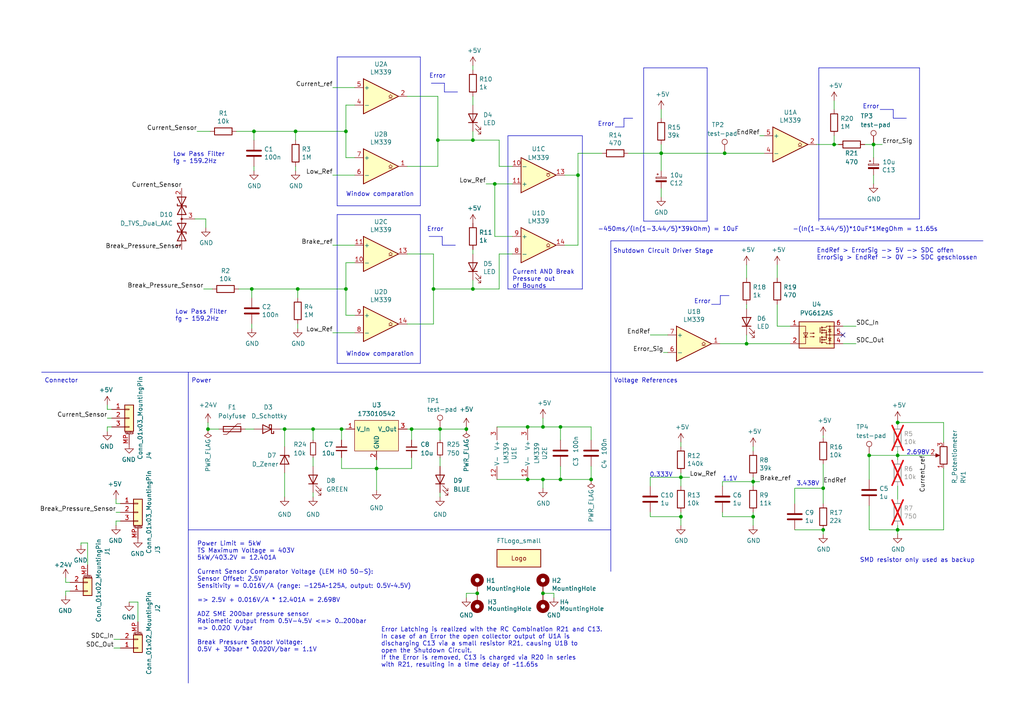
<source format=kicad_sch>
(kicad_sch
	(version 20250114)
	(generator "eeschema")
	(generator_version "9.0")
	(uuid "3b078104-7e9e-4a52-8931-d75a9f32a55c")
	(paper "A4")
	
	(text "EndRef > ErrorSig -> 5V -> SDC offen\nErrorSig > EndRef -> 0V -> SDC geschlossen"
		(exclude_from_sim no)
		(at 236.855 75.565 0)
		(effects
			(font
				(size 1.27 1.27)
			)
			(justify left bottom)
		)
		(uuid "10f3f5c9-2183-433a-9d52-94f6637385de")
	)
	(text "Shutdown Circuit Driver Stage"
		(exclude_from_sim no)
		(at 177.8 73.66 0)
		(effects
			(font
				(size 1.27 1.27)
			)
			(justify left bottom)
		)
		(uuid "2b1581b8-6a82-4a65-ab55-f88d24b7b484")
	)
	(text "0.333V"
		(exclude_from_sim no)
		(at 191.77 137.795 0)
		(effects
			(font
				(size 1.27 1.27)
			)
		)
		(uuid "34b01161-e7a2-4352-a4f0-7946a269658c")
	)
	(text "Current AND Break \nPressure out \nof Bounds\n"
		(exclude_from_sim no)
		(at 148.59 83.82 0)
		(effects
			(font
				(size 1.27 1.27)
			)
			(justify left bottom)
		)
		(uuid "4adc31fb-1826-409e-9dba-1546c87cae0b")
	)
	(text "Error"
		(exclude_from_sim no)
		(at 173.355 36.83 0)
		(effects
			(font
				(size 1.27 1.27)
			)
			(justify left bottom)
		)
		(uuid "59753539-28a4-4578-9952-78c4b817b8f6")
	)
	(text "Low Pass Filter\nfg ~ 159.2Hz"
		(exclude_from_sim no)
		(at 50.8 93.345 0)
		(effects
			(font
				(size 1.27 1.27)
			)
			(justify left bottom)
		)
		(uuid "60c39b9c-26db-40e3-997f-85611641af3c")
	)
	(text "Low Pass Filter\nfg ~ 159.2Hz"
		(exclude_from_sim no)
		(at 50.165 47.625 0)
		(effects
			(font
				(size 1.27 1.27)
			)
			(justify left bottom)
		)
		(uuid "61732727-c0f9-45e4-b6ae-68587c0d24ec")
	)
	(text "1.1V"
		(exclude_from_sim no)
		(at 209.55 139.7 0)
		(effects
			(font
				(size 1.27 1.27)
			)
			(justify left bottom)
		)
		(uuid "6217ecae-3787-4ef2-8483-4772c024694e")
	)
	(text "3.438V"
		(exclude_from_sim no)
		(at 234.315 140.335 0)
		(effects
			(font
				(size 1.27 1.27)
			)
		)
		(uuid "62251048-d670-458e-a2c9-09980cd236b2")
	)
	(text "Error"
		(exclude_from_sim no)
		(at 250.19 31.75 0)
		(effects
			(font
				(size 1.27 1.27)
			)
			(justify left bottom)
		)
		(uuid "78a2fbd6-ec96-43e1-8467-53c9840b0276")
	)
	(text "-(ln(1-3.44/5))*10uF*1MegOhm = 11.65s"
		(exclude_from_sim no)
		(at 229.87 67.31 0)
		(effects
			(font
				(size 1.27 1.27)
			)
			(justify left bottom)
		)
		(uuid "7cde2efa-352e-4380-997c-5ba5d8a098c6")
	)
	(text "Voltage References"
		(exclude_from_sim no)
		(at 187.325 110.49 0)
		(effects
			(font
				(size 1.27 1.27)
			)
		)
		(uuid "7f687585-acaa-4d39-b2b7-dc384998fdde")
	)
	(text "Error"
		(exclude_from_sim no)
		(at 201.295 88.265 0)
		(effects
			(font
				(size 1.27 1.27)
			)
			(justify left bottom)
		)
		(uuid "9151a412-0d43-452b-b1d1-8aefe2641d59")
	)
	(text "Window comparation\n"
		(exclude_from_sim no)
		(at 100.33 57.15 0)
		(effects
			(font
				(size 1.27 1.27)
			)
			(justify left bottom)
		)
		(uuid "93ef4fe0-b749-4d9d-8941-8c127c5ae459")
	)
	(text "Error"
		(exclude_from_sim no)
		(at 124.46 22.86 0)
		(effects
			(font
				(size 1.27 1.27)
			)
			(justify left bottom)
		)
		(uuid "9caae028-7f23-4b1f-9b36-ac2d92c94d01")
	)
	(text "2.698V"
		(exclude_from_sim no)
		(at 262.89 132.08 0)
		(effects
			(font
				(size 1.27 1.27)
			)
			(justify left bottom)
		)
		(uuid "9f0b16ba-12e7-4904-aeda-4f98bf2626b8")
	)
	(text "Error"
		(exclude_from_sim no)
		(at 123.825 67.31 0)
		(effects
			(font
				(size 1.27 1.27)
			)
			(justify left bottom)
		)
		(uuid "ade8d90d-0568-4297-a072-387ccfb2ea29")
	)
	(text "SMD resistor only used as backup"
		(exclude_from_sim no)
		(at 266.065 162.56 0)
		(effects
			(font
				(size 1.27 1.27)
			)
		)
		(uuid "b27b6452-9939-40fa-a5f8-f2edbc0850d4")
	)
	(text "Connector"
		(exclude_from_sim no)
		(at 17.78 110.49 0)
		(effects
			(font
				(size 1.27 1.27)
			)
		)
		(uuid "d5e02a24-d354-4087-bb32-34d8baf0ac91")
	)
	(text "Power"
		(exclude_from_sim no)
		(at 58.42 110.49 0)
		(effects
			(font
				(size 1.27 1.27)
			)
		)
		(uuid "e0c52085-32b1-402b-a1ac-2d9bc5a33742")
	)
	(text "Power Limit = 5kW\nTS Maximum Voltage = 403V\n5kW/403.2V = 12.401A\n\nCurrent Sensor Comparator Voltage (LEM HO 50-S):\nSensor Offset: 2.5V\nSensitivity = 0.016V/A (range: -125A~125A, output: 0.5V~4.5V)\n\n=> 2.5V + 0.016V/A * 12.401A = 2.698V \n\nADZ SME 200bar pressure sensor\nRatiometic output from 0.5V-4.5V <=> 0..200bar\n=> 0.020 V/bar\n\nBreak Pressure Sensor Voltage:\n0.5V + 30bar * 0.020V/bar = 1.1V"
		(exclude_from_sim no)
		(at 57.15 189.23 0)
		(effects
			(font
				(size 1.27 1.27)
			)
			(justify left bottom)
		)
		(uuid "e22ccefc-3300-442e-a43f-6763dc34a4f0")
	)
	(text "-450ms/(ln(1-3.44/5)*39kOhm) = 10uF"
		(exclude_from_sim no)
		(at 173.355 67.31 0)
		(effects
			(font
				(size 1.27 1.27)
			)
			(justify left bottom)
		)
		(uuid "ee684a4e-e295-4f24-b2a3-f758e14c6f97")
	)
	(text "Window comparation"
		(exclude_from_sim no)
		(at 100.33 103.505 0)
		(effects
			(font
				(size 1.27 1.27)
			)
			(justify left bottom)
		)
		(uuid "eebb8b93-58e9-4d24-96e7-ff8e4faf99b4")
	)
	(text "Error Latching is realized with the RC Combination R21 and C13. \nIn case of an Error the open collector output of U1A is \ndischarging C13 via a small resistor R21, causing U1B to\nopen the Shutdown Circuit.\nIf the Error is removed, C13 is charged via R20 in series \nwith R21, resulting in a time delay of ~11.65s"
		(exclude_from_sim no)
		(at 110.49 193.675 0)
		(effects
			(font
				(size 1.27 1.27)
			)
			(justify left bottom)
		)
		(uuid "ff89c4c6-9da4-4591-b17d-a8dddab36438")
	)
	(junction
		(at 191.77 44.45)
		(diameter 0)
		(color 0 0 0 0)
		(uuid "02d690d3-7eb1-424b-a637-f0441c446847")
	)
	(junction
		(at 99.06 124.46)
		(diameter 0)
		(color 0 0 0 0)
		(uuid "0458f8d6-d0c3-458c-8e82-cc444fa3124f")
	)
	(junction
		(at 253.365 41.91)
		(diameter 0)
		(color 0 0 0 0)
		(uuid "06c74d33-22f4-4fde-a3fb-20ca542cd4b0")
	)
	(junction
		(at 157.48 172.085)
		(diameter 0)
		(color 0 0 0 0)
		(uuid "06fb1cbb-f25b-4301-b638-062cf91c8fcd")
	)
	(junction
		(at 197.485 138.43)
		(diameter 0)
		(color 0 0 0 0)
		(uuid "07d68cf4-cf26-494a-ad7d-ef3cd03594e6")
	)
	(junction
		(at 86.36 83.82)
		(diameter 0)
		(color 0 0 0 0)
		(uuid "0c064fd7-ff07-4667-bb75-8391ab6f72b5")
	)
	(junction
		(at 153.035 139.065)
		(diameter 0)
		(color 0 0 0 0)
		(uuid "0c0d150e-e401-4a19-9cc8-b434c5ff2e4c")
	)
	(junction
		(at 260.35 153.67)
		(diameter 0)
		(color 0 0 0 0)
		(uuid "112461c7-b9be-42a9-b362-6021372ba978")
	)
	(junction
		(at 171.45 139.065)
		(diameter 0)
		(color 0 0 0 0)
		(uuid "1798150b-b727-43bf-bb89-8ad75b043c93")
	)
	(junction
		(at 218.44 149.86)
		(diameter 0)
		(color 0 0 0 0)
		(uuid "18bcc3e2-20e2-465e-932d-7d26cac36623")
	)
	(junction
		(at 153.035 123.825)
		(diameter 0)
		(color 0 0 0 0)
		(uuid "1c4342d2-bcf1-4d37-a8c2-8d777f124aa2")
	)
	(junction
		(at 157.48 139.065)
		(diameter 0)
		(color 0 0 0 0)
		(uuid "2f84e17f-2d98-4988-8b9b-c91ff5594bdf")
	)
	(junction
		(at 143.51 53.34)
		(diameter 0)
		(color 0 0 0 0)
		(uuid "30b5ee56-3720-4a2d-9ee0-78d5fbd48af0")
	)
	(junction
		(at 125.73 83.82)
		(diameter 0)
		(color 0 0 0 0)
		(uuid "3368e8f6-165f-48eb-ac32-83cb88e63377")
	)
	(junction
		(at 260.35 132.08)
		(diameter 0)
		(color 0 0 0 0)
		(uuid "43ab5b80-79a9-4b08-b8f6-496557d74bf7")
	)
	(junction
		(at 252.095 132.08)
		(diameter 0)
		(color 0 0 0 0)
		(uuid "44fc85d1-0129-44f6-a7d1-776198683d7c")
	)
	(junction
		(at 127.635 124.46)
		(diameter 0)
		(color 0 0 0 0)
		(uuid "4935f7b4-c7f7-48a5-9121-8ebe77ce7023")
	)
	(junction
		(at 127 40.64)
		(diameter 0)
		(color 0 0 0 0)
		(uuid "4a804cbc-b668-42b2-9234-66b7081b2220")
	)
	(junction
		(at 260.35 122.555)
		(diameter 0)
		(color 0 0 0 0)
		(uuid "4bb7811f-eb59-4730-bf50-2113e6571f32")
	)
	(junction
		(at 90.805 124.46)
		(diameter 0)
		(color 0 0 0 0)
		(uuid "51655b20-c8fa-46dd-b8d8-ed44ee7b58e0")
	)
	(junction
		(at 119.38 124.46)
		(diameter 0)
		(color 0 0 0 0)
		(uuid "548e3987-aa39-4ea0-9f8f-bfa1774b0b92")
	)
	(junction
		(at 138.43 172.085)
		(diameter 0)
		(color 0 0 0 0)
		(uuid "55f4ecea-f517-46db-a8cc-bd98c075fb13")
	)
	(junction
		(at 137.16 40.64)
		(diameter 0)
		(color 0 0 0 0)
		(uuid "59019b33-e5d7-47a5-b697-da92c960d293")
	)
	(junction
		(at 167.64 50.8)
		(diameter 0)
		(color 0 0 0 0)
		(uuid "5d4c51cc-3039-45de-aede-c6f0bf2ba6b8")
	)
	(junction
		(at 241.935 41.91)
		(diameter 0)
		(color 0 0 0 0)
		(uuid "5fd5a07e-a9a3-48ea-88f8-c5d741b0d6b2")
	)
	(junction
		(at 218.44 139.7)
		(diameter 0)
		(color 0 0 0 0)
		(uuid "66aa2089-8ff2-4077-9185-adefd252a2c8")
	)
	(junction
		(at 210.185 44.45)
		(diameter 0)
		(color 0 0 0 0)
		(uuid "73350c8d-7141-4f80-abc3-d3171757ddd2")
	)
	(junction
		(at 238.76 153.67)
		(diameter 0)
		(color 0 0 0 0)
		(uuid "7709efe2-1390-487e-91e6-d8be8132aee9")
	)
	(junction
		(at 162.56 139.065)
		(diameter 0)
		(color 0 0 0 0)
		(uuid "8588352e-a2f9-4b66-95d7-e68f2a9c9038")
	)
	(junction
		(at 73.025 83.82)
		(diameter 0)
		(color 0 0 0 0)
		(uuid "8fa915e0-51c7-444b-8cc2-e8bb066962d7")
	)
	(junction
		(at 85.725 38.1)
		(diameter 0)
		(color 0 0 0 0)
		(uuid "a3688ae8-4672-4a89-af8c-8385ab151417")
	)
	(junction
		(at 60.325 124.46)
		(diameter 0)
		(color 0 0 0 0)
		(uuid "a6c6b364-7bce-4201-95f1-7583ff490abc")
	)
	(junction
		(at 162.56 123.825)
		(diameter 0)
		(color 0 0 0 0)
		(uuid "ae3f1345-5a2d-4f4d-ae05-dcebe084d843")
	)
	(junction
		(at 82.55 124.46)
		(diameter 0)
		(color 0 0 0 0)
		(uuid "be863020-4567-4509-bdcb-56bb803255c4")
	)
	(junction
		(at 157.48 123.825)
		(diameter 0)
		(color 0 0 0 0)
		(uuid "c6621e4e-1941-4ea1-9bfd-ebb879e0a948")
	)
	(junction
		(at 197.485 149.86)
		(diameter 0)
		(color 0 0 0 0)
		(uuid "c80b2f69-626e-4538-a37b-c1e0cbdfd599")
	)
	(junction
		(at 137.16 83.82)
		(diameter 0)
		(color 0 0 0 0)
		(uuid "cd84f5ae-cacc-4b78-9237-e9c6379a489b")
	)
	(junction
		(at 135.255 124.46)
		(diameter 0)
		(color 0 0 0 0)
		(uuid "d0ffe236-7d4f-4569-a5ad-619ee72a59c6")
	)
	(junction
		(at 238.76 141.605)
		(diameter 0)
		(color 0 0 0 0)
		(uuid "d3799bb2-a9db-4f42-8072-f7a4360b3370")
	)
	(junction
		(at 100.33 83.82)
		(diameter 0)
		(color 0 0 0 0)
		(uuid "efc63770-6c1a-4d94-b98e-634a1e24ff45")
	)
	(junction
		(at 100.33 38.1)
		(diameter 0)
		(color 0 0 0 0)
		(uuid "f2fcb01b-f454-47c9-a1b7-a081b24ae0cf")
	)
	(junction
		(at 216.535 99.695)
		(diameter 0)
		(color 0 0 0 0)
		(uuid "fa9d8a9b-57c4-492e-8ec2-e4c36e6342f7")
	)
	(junction
		(at 73.66 38.1)
		(diameter 0)
		(color 0 0 0 0)
		(uuid "fc2323eb-cb28-44c9-bec4-7732f2cd2e68")
	)
	(junction
		(at 109.22 135.89)
		(diameter 0)
		(color 0 0 0 0)
		(uuid "fd0e4892-3053-494b-b2b0-13d651fdaf55")
	)
	(no_connect
		(at 244.475 97.155)
		(uuid "d3ddf772-ea98-490c-bf6e-303d1758f40b")
	)
	(polyline
		(pts
			(xy 97.79 59.69) (xy 97.79 16.51)
		)
		(stroke
			(width 0)
			(type default)
		)
		(uuid "001e511e-de57-4a85-9bab-dd234b1015fa")
	)
	(polyline
		(pts
			(xy 125.095 24.13) (xy 128.905 24.13)
		)
		(stroke
			(width 0)
			(type solid)
		)
		(uuid "0078c7ef-7e33-44d6-b635-4885fd7831ca")
	)
	(wire
		(pts
			(xy 32.385 121.285) (xy 31.115 121.285)
		)
		(stroke
			(width 0)
			(type default)
		)
		(uuid "00b14196-a93a-4f20-b3c2-8e9db93cec6f")
	)
	(wire
		(pts
			(xy 137.16 27.94) (xy 137.16 30.48)
		)
		(stroke
			(width 0)
			(type default)
		)
		(uuid "00dc4daf-f5b5-4889-a6f1-e85d8f7b08c8")
	)
	(wire
		(pts
			(xy 140.97 53.34) (xy 143.51 53.34)
		)
		(stroke
			(width 0)
			(type default)
		)
		(uuid "01f2e5d3-4296-4677-bff4-8d113ba07bd3")
	)
	(wire
		(pts
			(xy 238.76 126.365) (xy 238.76 127)
		)
		(stroke
			(width 0)
			(type default)
		)
		(uuid "024a4d45-f78d-4557-9f62-8f2c4b21d132")
	)
	(wire
		(pts
			(xy 243.205 41.91) (xy 241.935 41.91)
		)
		(stroke
			(width 0)
			(type default)
		)
		(uuid "044387c8-7065-4901-b719-a6c257a2745b")
	)
	(wire
		(pts
			(xy 197.485 149.86) (xy 197.485 152.4)
		)
		(stroke
			(width 0)
			(type default)
		)
		(uuid "0597ed0d-4656-46d5-af17-2d9c89c7fd61")
	)
	(wire
		(pts
			(xy 163.83 71.12) (xy 167.64 71.12)
		)
		(stroke
			(width 0)
			(type default)
		)
		(uuid "061beca8-7fa4-470e-8d52-2be35660c92e")
	)
	(wire
		(pts
			(xy 273.685 153.67) (xy 260.35 153.67)
		)
		(stroke
			(width 0)
			(type default)
		)
		(uuid "0a396313-07ab-4f53-9146-483e6f1547fc")
	)
	(wire
		(pts
			(xy 230.505 141.605) (xy 238.76 141.605)
		)
		(stroke
			(width 0)
			(type default)
		)
		(uuid "0b6bf03c-7b37-4526-b905-aaeacce58b2a")
	)
	(wire
		(pts
			(xy 109.22 133.35) (xy 109.22 135.89)
		)
		(stroke
			(width 0)
			(type default)
		)
		(uuid "0c33e869-acbf-41d4-b086-12b2f47c41f9")
	)
	(wire
		(pts
			(xy 252.095 132.08) (xy 260.35 132.08)
		)
		(stroke
			(width 0)
			(type default)
		)
		(uuid "0cc0b05b-d9e3-468f-b0ec-bb2d7b05cad6")
	)
	(wire
		(pts
			(xy 137.16 83.82) (xy 144.78 83.82)
		)
		(stroke
			(width 0)
			(type default)
		)
		(uuid "0d07fcd0-f92e-413f-ac02-3d86fb67e7ad")
	)
	(wire
		(pts
			(xy 100.33 83.82) (xy 100.33 91.44)
		)
		(stroke
			(width 0)
			(type default)
		)
		(uuid "0d94ae63-5f0d-4821-b883-bd63b5162d65")
	)
	(wire
		(pts
			(xy 137.16 81.28) (xy 137.16 83.82)
		)
		(stroke
			(width 0)
			(type default)
		)
		(uuid "0f223f09-e7ec-4975-a031-a23d16355a82")
	)
	(wire
		(pts
			(xy 144.78 48.26) (xy 144.78 40.64)
		)
		(stroke
			(width 0)
			(type default)
		)
		(uuid "0f8741af-8122-4c88-bec3-b4327e4feb9b")
	)
	(wire
		(pts
			(xy 238.76 134.62) (xy 238.76 141.605)
		)
		(stroke
			(width 0)
			(type default)
		)
		(uuid "10a0b4ae-27da-4447-8abc-2d3ac8f3d620")
	)
	(wire
		(pts
			(xy 191.77 54.61) (xy 191.77 57.15)
		)
		(stroke
			(width 0)
			(type default)
		)
		(uuid "10f1da89-6f6a-46cb-a319-375bc5280e4b")
	)
	(wire
		(pts
			(xy 188.595 149.86) (xy 197.485 149.86)
		)
		(stroke
			(width 0)
			(type default)
		)
		(uuid "120c46a5-1723-47ce-8724-833f29687cb8")
	)
	(polyline
		(pts
			(xy 180.975 34.29) (xy 183.515 34.29)
		)
		(stroke
			(width 0)
			(type solid)
		)
		(uuid "1289eba9-c355-42e3-b3a8-46ea8c858553")
	)
	(wire
		(pts
			(xy 230.505 153.67) (xy 238.76 153.67)
		)
		(stroke
			(width 0)
			(type default)
		)
		(uuid "13eae7a8-c8d4-4a74-a325-219af8799895")
	)
	(wire
		(pts
			(xy 236.855 41.91) (xy 241.935 41.91)
		)
		(stroke
			(width 0)
			(type default)
		)
		(uuid "14034313-28ce-418b-9c1d-68184c5ad3f6")
	)
	(wire
		(pts
			(xy 119.38 124.46) (xy 127.635 124.46)
		)
		(stroke
			(width 0)
			(type default)
		)
		(uuid "1403f7d1-64a3-48fe-90d3-dc853604b652")
	)
	(wire
		(pts
			(xy 191.77 44.45) (xy 191.77 41.91)
		)
		(stroke
			(width 0)
			(type default)
		)
		(uuid "14976ad9-7af3-449e-969a-dabe604db984")
	)
	(wire
		(pts
			(xy 209.55 148.59) (xy 209.55 149.86)
		)
		(stroke
			(width 0)
			(type default)
		)
		(uuid "17abc560-a41b-47dc-ab11-11014fe7bfcc")
	)
	(wire
		(pts
			(xy 157.48 139.065) (xy 162.56 139.065)
		)
		(stroke
			(width 0)
			(type default)
		)
		(uuid "188001dc-f484-4138-a372-50f5ca12ac0c")
	)
	(wire
		(pts
			(xy 127.635 124.46) (xy 127.635 127.635)
		)
		(stroke
			(width 0)
			(type default)
		)
		(uuid "1befc1e9-d449-4d05-affd-ff63fbb6178a")
	)
	(wire
		(pts
			(xy 68.58 38.1) (xy 73.66 38.1)
		)
		(stroke
			(width 0)
			(type default)
		)
		(uuid "1ccafd5e-08c7-4535-b73b-f77c1ba21da5")
	)
	(wire
		(pts
			(xy 244.475 99.695) (xy 248.285 99.695)
		)
		(stroke
			(width 0)
			(type default)
		)
		(uuid "1d0a5ef0-0b22-45f2-9605-f2d62c596f35")
	)
	(wire
		(pts
			(xy 127 40.64) (xy 137.16 40.64)
		)
		(stroke
			(width 0)
			(type default)
		)
		(uuid "1d3861ad-bf1a-4b41-910a-1bcd44423bf6")
	)
	(polyline
		(pts
			(xy 121.92 16.51) (xy 121.92 59.69)
		)
		(stroke
			(width 0)
			(type default)
		)
		(uuid "1eda520c-dec0-4da9-bfcd-5279b8cdac81")
	)
	(wire
		(pts
			(xy 260.35 152.4) (xy 260.35 153.67)
		)
		(stroke
			(width 0)
			(type default)
		)
		(uuid "1ee67f8b-5604-4109-8297-33f5cc49f0fd")
	)
	(wire
		(pts
			(xy 82.55 124.46) (xy 90.805 124.46)
		)
		(stroke
			(width 0)
			(type default)
		)
		(uuid "1f07c4d0-8f68-40c2-aebb-120a9effec3b")
	)
	(wire
		(pts
			(xy 109.22 135.89) (xy 119.38 135.89)
		)
		(stroke
			(width 0)
			(type default)
		)
		(uuid "216fb90c-6f87-40dd-b949-62be97dd97df")
	)
	(wire
		(pts
			(xy 125.73 93.98) (xy 118.11 93.98)
		)
		(stroke
			(width 0)
			(type default)
		)
		(uuid "21d74ba7-2814-4833-9cbb-22ad5d79d3dc")
	)
	(wire
		(pts
			(xy 63.5 124.46) (xy 60.325 124.46)
		)
		(stroke
			(width 0)
			(type default)
		)
		(uuid "21f43952-e581-4625-b646-a8a272a514b9")
	)
	(wire
		(pts
			(xy 253.365 41.91) (xy 253.365 45.72)
		)
		(stroke
			(width 0)
			(type default)
		)
		(uuid "22d99b63-8bea-48c9-98e6-eda12c7977f1")
	)
	(polyline
		(pts
			(xy 237.49 63.5) (xy 266.7 63.5)
		)
		(stroke
			(width 0)
			(type default)
		)
		(uuid "236a00e1-e639-44d1-a1d4-60cd441d82e9")
	)
	(wire
		(pts
			(xy 73.66 48.26) (xy 73.66 49.53)
		)
		(stroke
			(width 0)
			(type default)
		)
		(uuid "25e092fc-deed-47a1-b6a0-7cdef9fd2396")
	)
	(polyline
		(pts
			(xy 206.375 88.265) (xy 208.915 88.265)
		)
		(stroke
			(width 0)
			(type solid)
		)
		(uuid "27d993d8-7612-42b8-aff0-342c28898a00")
	)
	(polyline
		(pts
			(xy 128.905 26.67) (xy 132.715 26.67)
		)
		(stroke
			(width 0)
			(type solid)
		)
		(uuid "2876d16e-097a-47f2-b487-a17ed0f36d5f")
	)
	(wire
		(pts
			(xy 241.935 29.21) (xy 241.935 31.75)
		)
		(stroke
			(width 0)
			(type default)
		)
		(uuid "2a493b31-a13a-4aed-a683-bea3c889beb0")
	)
	(wire
		(pts
			(xy 85.725 40.64) (xy 85.725 38.1)
		)
		(stroke
			(width 0)
			(type default)
		)
		(uuid "2a831477-d633-447d-8624-5be1b843e471")
	)
	(wire
		(pts
			(xy 86.36 83.82) (xy 100.33 83.82)
		)
		(stroke
			(width 0)
			(type default)
		)
		(uuid "2a944ed6-4ad9-4711-8528-f6dda82d3d91")
	)
	(polyline
		(pts
			(xy 54.61 107.95) (xy 54.61 198.12)
		)
		(stroke
			(width 0)
			(type default)
		)
		(uuid "2b9bbbcf-3e95-4bba-a878-0c0c16d5b02d")
	)
	(wire
		(pts
			(xy 218.44 139.7) (xy 218.44 140.97)
		)
		(stroke
			(width 0)
			(type default)
		)
		(uuid "2d095b22-d27f-410c-80cb-80e19a581eff")
	)
	(wire
		(pts
			(xy 118.11 27.94) (xy 127 27.94)
		)
		(stroke
			(width 0)
			(type default)
		)
		(uuid "3013cdc8-80db-42e1-8d05-754e7cdf0f06")
	)
	(wire
		(pts
			(xy 34.925 146.05) (xy 33.655 146.05)
		)
		(stroke
			(width 0)
			(type default)
		)
		(uuid "3014a030-2b92-4ea9-aa44-389b15d5c7c4")
	)
	(wire
		(pts
			(xy 20.32 168.91) (xy 19.05 168.91)
		)
		(stroke
			(width 0)
			(type default)
		)
		(uuid "31f2526e-be2e-443d-bd80-493dc079c3f1")
	)
	(wire
		(pts
			(xy 99.06 124.46) (xy 99.06 127.635)
		)
		(stroke
			(width 0)
			(type default)
		)
		(uuid "33105f4b-f47b-4119-aa7e-e2906461987f")
	)
	(polyline
		(pts
			(xy 128.905 24.13) (xy 128.905 26.67)
		)
		(stroke
			(width 0)
			(type solid)
		)
		(uuid "3639d1d8-9a8b-4479-9419-0bbf03c83844")
	)
	(wire
		(pts
			(xy 148.59 48.26) (xy 144.78 48.26)
		)
		(stroke
			(width 0)
			(type default)
		)
		(uuid "39d81bf0-761a-4c95-a8ea-2b60e098a8f2")
	)
	(wire
		(pts
			(xy 90.805 132.715) (xy 90.805 135.255)
		)
		(stroke
			(width 0)
			(type default)
		)
		(uuid "3b94f7cc-1bbe-4f9e-9bf5-f9c0f6183298")
	)
	(wire
		(pts
			(xy 225.425 94.615) (xy 229.235 94.615)
		)
		(stroke
			(width 0)
			(type default)
		)
		(uuid "3d001dc4-94bc-4f7e-950c-757374016f54")
	)
	(wire
		(pts
			(xy 127.635 142.875) (xy 127.635 144.145)
		)
		(stroke
			(width 0)
			(type default)
		)
		(uuid "3d868ad1-914e-4bbc-8c72-aa09bdf2f744")
	)
	(wire
		(pts
			(xy 90.805 124.46) (xy 90.805 127.635)
		)
		(stroke
			(width 0)
			(type default)
		)
		(uuid "3dc14943-d1aa-4203-b279-84ace039c92e")
	)
	(wire
		(pts
			(xy 216.535 88.265) (xy 216.535 89.535)
		)
		(stroke
			(width 0)
			(type default)
		)
		(uuid "3dd28df5-363b-4563-91b9-3a214c0a7204")
	)
	(wire
		(pts
			(xy 137.16 40.64) (xy 144.78 40.64)
		)
		(stroke
			(width 0)
			(type default)
		)
		(uuid "4063ed0f-5e2f-4106-900d-656097b1ea94")
	)
	(wire
		(pts
			(xy 143.51 68.58) (xy 148.59 68.58)
		)
		(stroke
			(width 0)
			(type default)
		)
		(uuid "45bd3f3d-f7b4-4793-8d20-9cfb29ce164c")
	)
	(polyline
		(pts
			(xy 168.91 39.37) (xy 168.91 83.82)
		)
		(stroke
			(width 0)
			(type default)
		)
		(uuid "464696f4-8924-40b8-9f30-3aac5ba7902e")
	)
	(wire
		(pts
			(xy 33.655 152.4) (xy 33.655 151.13)
		)
		(stroke
			(width 0)
			(type default)
		)
		(uuid "4651fa25-82b9-44b9-8981-909315c2b2fb")
	)
	(wire
		(pts
			(xy 59.055 83.82) (xy 61.595 83.82)
		)
		(stroke
			(width 0)
			(type default)
		)
		(uuid "46a97759-619f-44ab-a056-49f30ef50f47")
	)
	(wire
		(pts
			(xy 218.44 138.43) (xy 218.44 139.7)
		)
		(stroke
			(width 0)
			(type default)
		)
		(uuid "48c4fc06-0c85-48af-b2cf-6878e20db610")
	)
	(wire
		(pts
			(xy 32.385 123.825) (xy 31.115 123.825)
		)
		(stroke
			(width 0)
			(type default)
		)
		(uuid "4a443806-848f-44d8-8c49-e628577502b9")
	)
	(wire
		(pts
			(xy 188.595 97.155) (xy 193.675 97.155)
		)
		(stroke
			(width 0)
			(type default)
		)
		(uuid "4c9e552f-8ede-4c66-8d24-025ae040e7ad")
	)
	(polyline
		(pts
			(xy 121.92 59.69) (xy 97.79 59.69)
		)
		(stroke
			(width 0)
			(type default)
		)
		(uuid "4f5d1f21-ccd7-4ff7-a7bc-9fd9e11790a9")
	)
	(polyline
		(pts
			(xy 259.08 34.29) (xy 262.89 34.29)
		)
		(stroke
			(width 0)
			(type solid)
		)
		(uuid "4fbd31df-b708-475e-88d1-cf11f1d86d67")
	)
	(wire
		(pts
			(xy 260.35 132.08) (xy 269.875 132.08)
		)
		(stroke
			(width 0)
			(type default)
		)
		(uuid "512b2b08-f402-4cc7-87ce-98dcdc1e29b9")
	)
	(polyline
		(pts
			(xy 147.32 39.37) (xy 147.32 83.82)
		)
		(stroke
			(width 0)
			(type default)
		)
		(uuid "5373489d-609a-44ad-8d47-ae922f4f39b0")
	)
	(polyline
		(pts
			(xy 205.105 19.685) (xy 186.69 19.685)
		)
		(stroke
			(width 0)
			(type default)
		)
		(uuid "54f404ca-28f7-4fed-87e6-df6bdf53b8bf")
	)
	(polyline
		(pts
			(xy 97.79 62.23) (xy 121.92 62.23)
		)
		(stroke
			(width 0)
			(type default)
		)
		(uuid "588a8328-0c06-43ea-ba0a-a9a5875263e7")
	)
	(wire
		(pts
			(xy 73.025 93.98) (xy 73.025 95.25)
		)
		(stroke
			(width 0)
			(type default)
		)
		(uuid "58ce2a38-3c32-4467-8882-267205ef6cce")
	)
	(wire
		(pts
			(xy 125.73 83.82) (xy 125.73 93.98)
		)
		(stroke
			(width 0)
			(type default)
		)
		(uuid "5a23084a-1682-40a1-8b13-4820af964169")
	)
	(polyline
		(pts
			(xy 128.27 68.58) (xy 128.27 71.12)
		)
		(stroke
			(width 0)
			(type solid)
		)
		(uuid "5b6279b8-3d2b-46e6-afb2-6b2a6fb38bbd")
	)
	(wire
		(pts
			(xy 96.52 96.52) (xy 102.87 96.52)
		)
		(stroke
			(width 0)
			(type default)
		)
		(uuid "5c6ed078-a2bc-403a-9b34-0d133236d753")
	)
	(polyline
		(pts
			(xy 121.92 105.41) (xy 97.79 105.41)
		)
		(stroke
			(width 0)
			(type default)
		)
		(uuid "5c70cea8-9769-415b-bcc7-f8bb41a0c9b2")
	)
	(wire
		(pts
			(xy 59.69 63.5) (xy 56.515 63.5)
		)
		(stroke
			(width 0)
			(type default)
		)
		(uuid "5f4cd65c-e6b0-4c31-ae3d-9d27e7f64832")
	)
	(wire
		(pts
			(xy 127 40.64) (xy 127 27.94)
		)
		(stroke
			(width 0)
			(type default)
		)
		(uuid "600bbab9-7f19-4ea4-b617-73b78b70e2c1")
	)
	(wire
		(pts
			(xy 137.16 19.05) (xy 137.16 20.32)
		)
		(stroke
			(width 0)
			(type default)
		)
		(uuid "601b497d-e5df-4108-a523-828b4551291e")
	)
	(wire
		(pts
			(xy 260.35 122.555) (xy 273.685 122.555)
		)
		(stroke
			(width 0)
			(type default)
		)
		(uuid "609f1ec7-9cce-4499-900e-512147397fb4")
	)
	(wire
		(pts
			(xy 260.35 140.97) (xy 260.35 144.78)
		)
		(stroke
			(width 0)
			(type default)
		)
		(uuid "62de040a-9468-466e-bf45-b1f612f34b5d")
	)
	(wire
		(pts
			(xy 252.095 153.67) (xy 260.35 153.67)
		)
		(stroke
			(width 0)
			(type default)
		)
		(uuid "641ade85-6bbd-4eba-99a2-1461307da5c0")
	)
	(wire
		(pts
			(xy 90.805 142.875) (xy 90.805 144.145)
		)
		(stroke
			(width 0)
			(type default)
		)
		(uuid "649d226e-d908-4fb5-8991-0af73607b009")
	)
	(wire
		(pts
			(xy 96.52 71.12) (xy 102.87 71.12)
		)
		(stroke
			(width 0)
			(type default)
		)
		(uuid "64be79ff-65eb-4a3a-bf4b-f5e204971850")
	)
	(wire
		(pts
			(xy 210.185 44.45) (xy 221.615 44.45)
		)
		(stroke
			(width 0)
			(type default)
		)
		(uuid "6abcf0e1-bc51-4895-8d1d-d9053c606b20")
	)
	(wire
		(pts
			(xy 81.28 124.46) (xy 82.55 124.46)
		)
		(stroke
			(width 0)
			(type default)
		)
		(uuid "6edfb8a9-8cc9-42e4-8258-00d0e8e0202c")
	)
	(wire
		(pts
			(xy 102.87 76.2) (xy 100.33 76.2)
		)
		(stroke
			(width 0)
			(type default)
		)
		(uuid "708aa86d-bf05-4c57-aaae-6df603e15a2e")
	)
	(wire
		(pts
			(xy 118.11 124.46) (xy 119.38 124.46)
		)
		(stroke
			(width 0)
			(type default)
		)
		(uuid "7097e522-77cd-43b1-8ac8-1ba3b7f41191")
	)
	(polyline
		(pts
			(xy 147.32 83.82) (xy 168.91 83.82)
		)
		(stroke
			(width 0)
			(type default)
		)
		(uuid "70f2f59e-d26a-4945-859b-cb890c9d15da")
	)
	(wire
		(pts
			(xy 216.535 99.695) (xy 208.915 99.695)
		)
		(stroke
			(width 0)
			(type default)
		)
		(uuid "71feb915-488e-4dff-851c-13304d9e648c")
	)
	(wire
		(pts
			(xy 188.595 138.43) (xy 188.595 140.97)
		)
		(stroke
			(width 0)
			(type default)
		)
		(uuid "736337ad-7c35-4001-ba96-09066e183edd")
	)
	(wire
		(pts
			(xy 73.025 83.82) (xy 86.36 83.82)
		)
		(stroke
			(width 0)
			(type default)
		)
		(uuid "738d50ac-2592-4f26-bae9-6debec8e4e85")
	)
	(polyline
		(pts
			(xy 180.975 36.83) (xy 180.975 34.29)
		)
		(stroke
			(width 0)
			(type solid)
		)
		(uuid "74fbde27-3525-488a-8484-501309e98b13")
	)
	(wire
		(pts
			(xy 96.52 25.4) (xy 102.87 25.4)
		)
		(stroke
			(width 0)
			(type default)
		)
		(uuid "7641fc4e-3dd4-4bd7-b699-8138af94aa90")
	)
	(polyline
		(pts
			(xy 186.69 19.685) (xy 186.69 64.135)
		)
		(stroke
			(width 0)
			(type default)
		)
		(uuid "7674f190-796f-4bd8-85c0-1bec074adfdb")
	)
	(polyline
		(pts
			(xy 97.79 105.41) (xy 97.79 62.23)
		)
		(stroke
			(width 0)
			(type default)
		)
		(uuid "7766a5db-d545-4a0c-beb1-8abcda00e205")
	)
	(wire
		(pts
			(xy 100.33 45.72) (xy 102.87 45.72)
		)
		(stroke
			(width 0)
			(type default)
		)
		(uuid "7844f367-70a2-40d8-ba8f-ff033f5d6977")
	)
	(wire
		(pts
			(xy 60.325 124.46) (xy 60.325 122.555)
		)
		(stroke
			(width 0)
			(type default)
		)
		(uuid "7ad9f868-8fb2-4e1d-9f5f-2a059a17f32a")
	)
	(wire
		(pts
			(xy 209.55 139.7) (xy 209.55 140.97)
		)
		(stroke
			(width 0)
			(type default)
		)
		(uuid "7c5f0b29-5814-4f07-a24f-06b2f0303fa8")
	)
	(polyline
		(pts
			(xy 186.69 64.135) (xy 205.105 64.135)
		)
		(stroke
			(width 0)
			(type default)
		)
		(uuid "7d1887cf-0537-4b67-b1d3-7fbdeffeca64")
	)
	(wire
		(pts
			(xy 73.66 38.1) (xy 73.66 40.64)
		)
		(stroke
			(width 0)
			(type default)
		)
		(uuid "7f0b9979-b71e-485b-b4f5-832749647b9d")
	)
	(wire
		(pts
			(xy 248.285 94.615) (xy 244.475 94.615)
		)
		(stroke
			(width 0)
			(type default)
		)
		(uuid "806ed57f-a53b-4b4b-a18a-0a4cc392cc84")
	)
	(wire
		(pts
			(xy 157.48 121.285) (xy 157.48 123.825)
		)
		(stroke
			(width 0)
			(type default)
		)
		(uuid "80eb8b13-ad1d-4b8d-b97d-32b9bd5b67c4")
	)
	(wire
		(pts
			(xy 197.485 128.27) (xy 197.485 129.54)
		)
		(stroke
			(width 0)
			(type default)
		)
		(uuid "853f63b4-82c5-4d12-b58d-488e3212b24c")
	)
	(wire
		(pts
			(xy 157.48 123.825) (xy 162.56 123.825)
		)
		(stroke
			(width 0)
			(type default)
		)
		(uuid "8543a557-ae40-469a-91bc-7ee90405d181")
	)
	(wire
		(pts
			(xy 238.76 153.67) (xy 238.76 154.94)
		)
		(stroke
			(width 0)
			(type default)
		)
		(uuid "86875330-ff76-4e25-b30a-1817080df15f")
	)
	(wire
		(pts
			(xy 153.035 123.825) (xy 157.48 123.825)
		)
		(stroke
			(width 0)
			(type default)
		)
		(uuid "87df2899-3b9e-436c-8917-6fee4ae4eb3d")
	)
	(wire
		(pts
			(xy 144.145 123.825) (xy 153.035 123.825)
		)
		(stroke
			(width 0)
			(type default)
		)
		(uuid "882ccace-32df-4a77-99db-1439be4f6f64")
	)
	(wire
		(pts
			(xy 99.06 132.715) (xy 99.06 135.89)
		)
		(stroke
			(width 0)
			(type default)
		)
		(uuid "88ff9093-8d75-4c2b-bf8f-3c46a5df128a")
	)
	(wire
		(pts
			(xy 167.64 50.8) (xy 163.83 50.8)
		)
		(stroke
			(width 0)
			(type default)
		)
		(uuid "8a491fca-e998-4b94-b713-5a1667b2c7c2")
	)
	(wire
		(pts
			(xy 218.44 149.86) (xy 218.44 152.4)
		)
		(stroke
			(width 0)
			(type default)
		)
		(uuid "8ad2b125-cd02-4535-9a5d-631b96e88032")
	)
	(wire
		(pts
			(xy 162.56 123.825) (xy 171.45 123.825)
		)
		(stroke
			(width 0)
			(type default)
		)
		(uuid "8ba55fb3-8db2-4277-884f-2bce1355cf54")
	)
	(polyline
		(pts
			(xy 178.435 36.83) (xy 180.975 36.83)
		)
		(stroke
			(width 0)
			(type solid)
		)
		(uuid "8c457f7f-b5f6-466d-bea8-12b38b608338")
	)
	(polyline
		(pts
			(xy 266.7 19.685) (xy 266.7 63.5)
		)
		(stroke
			(width 0)
			(type default)
		)
		(uuid "8cc23b6a-73fd-4c95-9e74-84ea83042d6b")
	)
	(wire
		(pts
			(xy 273.685 135.89) (xy 273.685 153.67)
		)
		(stroke
			(width 0)
			(type default)
		)
		(uuid "8d898212-f734-461b-a672-bc2f933ef973")
	)
	(wire
		(pts
			(xy 32.385 118.745) (xy 31.115 118.745)
		)
		(stroke
			(width 0)
			(type default)
		)
		(uuid "8da7390e-b891-4d83-a231-b46390bf5713")
	)
	(wire
		(pts
			(xy 34.925 151.13) (xy 33.655 151.13)
		)
		(stroke
			(width 0)
			(type default)
		)
		(uuid "8eb885ec-27fa-40d7-bf51-33e42fe3bf01")
	)
	(wire
		(pts
			(xy 225.425 76.835) (xy 225.425 80.645)
		)
		(stroke
			(width 0)
			(type default)
		)
		(uuid "8f57bc11-c785-4fc6-81a2-3383b86a612b")
	)
	(wire
		(pts
			(xy 99.06 124.46) (xy 100.33 124.46)
		)
		(stroke
			(width 0)
			(type default)
		)
		(uuid "8fcb4e5c-ba40-48d6-be53-57fe310f184e")
	)
	(wire
		(pts
			(xy 216.535 97.155) (xy 216.535 99.695)
		)
		(stroke
			(width 0)
			(type default)
		)
		(uuid "906e4ff9-665e-4cb5-80e5-8ca2e618c4bc")
	)
	(wire
		(pts
			(xy 40.005 174.625) (xy 40.005 180.34)
		)
		(stroke
			(width 0)
			(type default)
		)
		(uuid "9101f307-16cc-4e41-8cdb-c12754a539c1")
	)
	(wire
		(pts
			(xy 218.44 148.59) (xy 218.44 149.86)
		)
		(stroke
			(width 0)
			(type default)
		)
		(uuid "914a66dd-0116-4f07-8d31-a37f9d606019")
	)
	(wire
		(pts
			(xy 69.215 83.82) (xy 73.025 83.82)
		)
		(stroke
			(width 0)
			(type default)
		)
		(uuid "91fc3c78-9d36-44f1-b514-a962c809ec34")
	)
	(wire
		(pts
			(xy 250.825 41.91) (xy 253.365 41.91)
		)
		(stroke
			(width 0)
			(type default)
		)
		(uuid "9234c646-e20a-4593-af6b-c8a5dcbd51d4")
	)
	(wire
		(pts
			(xy 197.485 138.43) (xy 197.485 140.97)
		)
		(stroke
			(width 0)
			(type default)
		)
		(uuid "92dc6f5e-25a3-4bfb-9fb3-ddb92ce66627")
	)
	(wire
		(pts
			(xy 218.44 139.7) (xy 209.55 139.7)
		)
		(stroke
			(width 0)
			(type default)
		)
		(uuid "934cb7ad-0508-46fb-a83e-985e00564717")
	)
	(polyline
		(pts
			(xy 147.32 39.37) (xy 168.91 39.37)
		)
		(stroke
			(width 0)
			(type default)
		)
		(uuid "93565e28-e235-4fc4-803a-3acf4d72ffc5")
	)
	(polyline
		(pts
			(xy 177.165 69.85) (xy 285.115 69.85)
		)
		(stroke
			(width 0)
			(type default)
		)
		(uuid "94013b7a-59a0-4273-90bc-da95c8db1a0c")
	)
	(wire
		(pts
			(xy 85.725 48.26) (xy 85.725 49.53)
		)
		(stroke
			(width 0)
			(type default)
		)
		(uuid "943907ec-586e-4127-a3bd-bb7bd746b2d3")
	)
	(wire
		(pts
			(xy 143.51 53.34) (xy 148.59 53.34)
		)
		(stroke
			(width 0)
			(type default)
		)
		(uuid "9542ce02-813b-4f41-8521-f5b253987a24")
	)
	(wire
		(pts
			(xy 90.805 124.46) (xy 99.06 124.46)
		)
		(stroke
			(width 0)
			(type default)
		)
		(uuid "97543a4a-ef34-45d2-9b8b-e833e35302fa")
	)
	(wire
		(pts
			(xy 125.73 73.66) (xy 125.73 83.82)
		)
		(stroke
			(width 0)
			(type default)
		)
		(uuid "97b637c1-55ad-484e-9ddb-95fa03b2b2cd")
	)
	(wire
		(pts
			(xy 229.235 99.695) (xy 216.535 99.695)
		)
		(stroke
			(width 0)
			(type default)
		)
		(uuid "9821d49b-effc-45f5-87d4-20e5551537f3")
	)
	(wire
		(pts
			(xy 191.77 44.45) (xy 191.77 49.53)
		)
		(stroke
			(width 0)
			(type default)
		)
		(uuid "987080df-e9b2-4df6-8bf5-1fe9f4284f23")
	)
	(wire
		(pts
			(xy 33.655 144.78) (xy 33.655 146.05)
		)
		(stroke
			(width 0)
			(type default)
		)
		(uuid "98de0a24-2348-4676-82fa-239c195769a6")
	)
	(polyline
		(pts
			(xy 255.27 31.75) (xy 259.08 31.75)
		)
		(stroke
			(width 0)
			(type solid)
		)
		(uuid "992f07d9-bfd1-47c8-92dd-80a567d43861")
	)
	(wire
		(pts
			(xy 273.685 122.555) (xy 273.685 128.27)
		)
		(stroke
			(width 0)
			(type default)
		)
		(uuid "9d5be662-a22d-4c9f-864d-9b9835ca92b2")
	)
	(wire
		(pts
			(xy 73.025 86.36) (xy 73.025 83.82)
		)
		(stroke
			(width 0)
			(type default)
		)
		(uuid "9e1fbc47-56c3-42b0-a174-79ac5cca7685")
	)
	(wire
		(pts
			(xy 96.52 50.8) (xy 102.87 50.8)
		)
		(stroke
			(width 0)
			(type default)
		)
		(uuid "9e2c6809-1d8f-46b8-8348-21fb1272bdd2")
	)
	(wire
		(pts
			(xy 171.45 135.255) (xy 171.45 139.065)
		)
		(stroke
			(width 0)
			(type default)
		)
		(uuid "9e6fa4d7-7609-4713-99d3-81a086429362")
	)
	(polyline
		(pts
			(xy 237.49 19.685) (xy 237.49 64.135)
		)
		(stroke
			(width 0)
			(type default)
		)
		(uuid "a13d3e97-e748-4a06-b00e-228fb37c0b0c")
	)
	(wire
		(pts
			(xy 255.905 41.91) (xy 253.365 41.91)
		)
		(stroke
			(width 0)
			(type default)
		)
		(uuid "a1ce4b15-5b1d-480f-b785-f15e18b0c41a")
	)
	(wire
		(pts
			(xy 218.44 129.54) (xy 218.44 130.81)
		)
		(stroke
			(width 0)
			(type default)
		)
		(uuid "a32e9ec3-b492-49f9-bf81-141e733acc59")
	)
	(wire
		(pts
			(xy 191.77 44.45) (xy 210.185 44.45)
		)
		(stroke
			(width 0)
			(type default)
		)
		(uuid "a3a1f9cd-fd2c-4c52-a45c-962ccbed39da")
	)
	(wire
		(pts
			(xy 253.365 50.8) (xy 253.365 53.34)
		)
		(stroke
			(width 0)
			(type default)
		)
		(uuid "a45af401-2a54-433a-8bb0-d87b8bf11820")
	)
	(wire
		(pts
			(xy 100.33 91.44) (xy 102.87 91.44)
		)
		(stroke
			(width 0)
			(type default)
		)
		(uuid "a4f76639-f23b-4da3-af7c-8e6513ca1ae9")
	)
	(polyline
		(pts
			(xy 266.7 19.685) (xy 237.49 19.685)
		)
		(stroke
			(width 0)
			(type default)
		)
		(uuid "a5de92f8-016f-4396-9a5a-cd4ea2049f22")
	)
	(wire
		(pts
			(xy 119.38 132.715) (xy 119.38 135.89)
		)
		(stroke
			(width 0)
			(type default)
		)
		(uuid "a7b8884f-7447-486d-b5d1-96f4310fafe2")
	)
	(wire
		(pts
			(xy 85.725 38.1) (xy 100.33 38.1)
		)
		(stroke
			(width 0)
			(type default)
		)
		(uuid "a83a7d88-3c8a-485e-9470-8add6b9883f6")
	)
	(polyline
		(pts
			(xy 208.915 88.265) (xy 208.915 85.725)
		)
		(stroke
			(width 0)
			(type solid)
		)
		(uuid "a89d5ac0-a70f-4cef-8759-19d96198a822")
	)
	(wire
		(pts
			(xy 59.69 66.04) (xy 59.69 63.5)
		)
		(stroke
			(width 0)
			(type default)
		)
		(uuid "a96d972a-da97-4415-a074-376abc811d0f")
	)
	(wire
		(pts
			(xy 230.505 146.05) (xy 230.505 141.605)
		)
		(stroke
			(width 0)
			(type default)
		)
		(uuid "a9ec6472-216d-49ff-a6bc-31da70717e3d")
	)
	(wire
		(pts
			(xy 23.495 157.48) (xy 23.495 158.115)
		)
		(stroke
			(width 0)
			(type default)
		)
		(uuid "aa1ff7c7-b73b-4749-9cd4-e961742f41be")
	)
	(wire
		(pts
			(xy 220.345 139.7) (xy 218.44 139.7)
		)
		(stroke
			(width 0)
			(type default)
		)
		(uuid "ab49f29c-39ad-43db-86b1-bf207d76c9d5")
	)
	(wire
		(pts
			(xy 160.655 172.085) (xy 160.655 173.355)
		)
		(stroke
			(width 0)
			(type default)
		)
		(uuid "ac7c2b66-82fb-4e9f-ba45-401b407475b4")
	)
	(wire
		(pts
			(xy 100.33 76.2) (xy 100.33 83.82)
		)
		(stroke
			(width 0)
			(type default)
		)
		(uuid "ae971fb3-2817-4c08-a70b-777a233fc7cf")
	)
	(wire
		(pts
			(xy 241.935 41.91) (xy 241.935 39.37)
		)
		(stroke
			(width 0)
			(type default)
		)
		(uuid "af60606b-1a3b-4f47-ac5a-d905f60070e3")
	)
	(wire
		(pts
			(xy 73.66 38.1) (xy 85.725 38.1)
		)
		(stroke
			(width 0)
			(type default)
		)
		(uuid "af8ed89e-fc0b-4539-b838-151d99950cc9")
	)
	(polyline
		(pts
			(xy 259.08 31.75) (xy 259.08 34.29)
		)
		(stroke
			(width 0)
			(type solid)
		)
		(uuid "b0105d6e-ad79-448c-811c-b9c50515ed82")
	)
	(wire
		(pts
			(xy 153.035 139.065) (xy 157.48 139.065)
		)
		(stroke
			(width 0)
			(type default)
		)
		(uuid "b1ec9677-7456-495d-b26b-857c7a83de7a")
	)
	(wire
		(pts
			(xy 125.73 83.82) (xy 137.16 83.82)
		)
		(stroke
			(width 0)
			(type default)
		)
		(uuid "b36c1c77-4324-4ac9-af1a-9644ebca8a09")
	)
	(polyline
		(pts
			(xy 128.27 71.12) (xy 132.08 71.12)
		)
		(stroke
			(width 0)
			(type solid)
		)
		(uuid "b4b97b05-999c-41bf-846e-6c611bd1665f")
	)
	(wire
		(pts
			(xy 33.02 187.96) (xy 34.925 187.96)
		)
		(stroke
			(width 0)
			(type default)
		)
		(uuid "b8849807-a4aa-41c1-b5b9-9442de13299f")
	)
	(wire
		(pts
			(xy 82.55 137.16) (xy 82.55 144.145)
		)
		(stroke
			(width 0)
			(type default)
		)
		(uuid "b88bd020-e3af-4d73-8aec-7540cb3b32a1")
	)
	(polyline
		(pts
			(xy 177.165 107.95) (xy 177.165 165.735)
		)
		(stroke
			(width 0)
			(type default)
		)
		(uuid "ba4602b7-f4a4-43ac-89f2-d8277c0efd09")
	)
	(wire
		(pts
			(xy 260.35 121.92) (xy 260.35 122.555)
		)
		(stroke
			(width 0)
			(type default)
		)
		(uuid "bbbff29a-ae16-4b41-becc-61b6b42fa612")
	)
	(wire
		(pts
			(xy 162.56 135.255) (xy 162.56 139.065)
		)
		(stroke
			(width 0)
			(type default)
		)
		(uuid "bd16bd3c-f77a-4584-97bd-2614cb5966b7")
	)
	(wire
		(pts
			(xy 260.35 132.08) (xy 260.35 133.35)
		)
		(stroke
			(width 0)
			(type default)
		)
		(uuid "bd341905-8aea-402e-86b6-2bec47e27b75")
	)
	(polyline
		(pts
			(xy 208.915 85.725) (xy 211.455 85.725)
		)
		(stroke
			(width 0)
			(type solid)
		)
		(uuid "c0ba2a5d-e637-47d8-9bed-0ffe9dba56dc")
	)
	(wire
		(pts
			(xy 20.32 171.45) (xy 19.05 171.45)
		)
		(stroke
			(width 0)
			(type default)
		)
		(uuid "c0d117c9-e4a4-4254-9e2f-f4600d0b0e15")
	)
	(polyline
		(pts
			(xy 12.065 107.95) (xy 285.115 107.95)
		)
		(stroke
			(width 0)
			(type default)
		)
		(uuid "c2d47e65-9190-4c2d-9bd2-8a784b8570e3")
	)
	(wire
		(pts
			(xy 135.255 172.085) (xy 135.255 173.355)
		)
		(stroke
			(width 0)
			(type default)
		)
		(uuid "c33972ea-ed54-4d66-90cd-411d4a413b42")
	)
	(wire
		(pts
			(xy 188.595 138.43) (xy 197.485 138.43)
		)
		(stroke
			(width 0)
			(type default)
		)
		(uuid "c413a890-f4a6-49ef-a63f-ac82e8ae0932")
	)
	(wire
		(pts
			(xy 99.06 135.89) (xy 109.22 135.89)
		)
		(stroke
			(width 0)
			(type default)
		)
		(uuid "c750e2e6-4e53-4314-8c81-75ec0757e350")
	)
	(wire
		(pts
			(xy 19.05 171.45) (xy 19.05 172.72)
		)
		(stroke
			(width 0)
			(type default)
		)
		(uuid "c7cb71a6-27ac-48be-adbf-673e11bb5f21")
	)
	(wire
		(pts
			(xy 209.55 149.86) (xy 218.44 149.86)
		)
		(stroke
			(width 0)
			(type default)
		)
		(uuid "c8e4c482-64f9-431e-ac00-7aa687b26bec")
	)
	(wire
		(pts
			(xy 220.345 39.37) (xy 221.615 39.37)
		)
		(stroke
			(width 0)
			(type default)
		)
		(uuid "c8ee4881-36e0-4ef1-93f6-4460695e1ed3")
	)
	(polyline
		(pts
			(xy 177.165 107.95) (xy 177.165 69.85)
		)
		(stroke
			(width 0)
			(type default)
		)
		(uuid "c91ab8bb-46af-4bfc-95de-ec40ee5f0bfa")
	)
	(wire
		(pts
			(xy 31.115 125.095) (xy 31.115 123.825)
		)
		(stroke
			(width 0)
			(type default)
		)
		(uuid "c9c842fc-301a-417a-9552-3e69cc4ae5ef")
	)
	(wire
		(pts
			(xy 260.35 154.94) (xy 260.35 153.67)
		)
		(stroke
			(width 0)
			(type default)
		)
		(uuid "cc443ab3-f10a-4b76-893d-fbb0f6ea01cb")
	)
	(wire
		(pts
			(xy 171.45 123.825) (xy 171.45 127.635)
		)
		(stroke
			(width 0)
			(type default)
		)
		(uuid "cdaae09e-19c4-4871-854d-b993d7e2c675")
	)
	(wire
		(pts
			(xy 118.11 48.26) (xy 127 48.26)
		)
		(stroke
			(width 0)
			(type default)
		)
		(uuid "ced8ad73-0fed-4e70-b09d-8a0c2411b35c")
	)
	(wire
		(pts
			(xy 127 40.64) (xy 127 48.26)
		)
		(stroke
			(width 0)
			(type default)
		)
		(uuid "cf13725a-3b14-46f1-b276-5e6943a07923")
	)
	(wire
		(pts
			(xy 144.78 73.66) (xy 148.59 73.66)
		)
		(stroke
			(width 0)
			(type default)
		)
		(uuid "cf67d11b-1000-4656-81d8-0ef58cb6c770")
	)
	(wire
		(pts
			(xy 71.12 124.46) (xy 73.66 124.46)
		)
		(stroke
			(width 0)
			(type default)
		)
		(uuid "d0a31565-8332-432c-8e31-063454e99560")
	)
	(wire
		(pts
			(xy 260.35 122.555) (xy 260.35 123.19)
		)
		(stroke
			(width 0)
			(type default)
		)
		(uuid "d0c81249-de23-4417-be7c-e1527a8518c6")
	)
	(wire
		(pts
			(xy 102.87 30.48) (xy 100.33 30.48)
		)
		(stroke
			(width 0)
			(type default)
		)
		(uuid "d120b92d-cb8f-4c22-a77d-03f4d7ac4859")
	)
	(wire
		(pts
			(xy 238.76 141.605) (xy 238.76 146.05)
		)
		(stroke
			(width 0)
			(type default)
		)
		(uuid "d1b72740-4cb3-4995-9510-4c7ccd1b86af")
	)
	(wire
		(pts
			(xy 19.05 168.91) (xy 19.05 167.64)
		)
		(stroke
			(width 0)
			(type default)
		)
		(uuid "d2bcc1a7-8914-4fab-9e6c-c608d935aff5")
	)
	(polyline
		(pts
			(xy 205.105 64.135) (xy 205.105 19.685)
		)
		(stroke
			(width 0)
			(type default)
		)
		(uuid "d3688f22-e914-4cb3-ab02-a2a18f033408")
	)
	(polyline
		(pts
			(xy 54.61 153.67) (xy 177.165 153.67)
		)
		(stroke
			(width 0)
			(type default)
		)
		(uuid "d3b5cd42-164b-47e5-8b19-e721fe5675d1")
	)
	(wire
		(pts
			(xy 86.36 93.98) (xy 86.36 95.25)
		)
		(stroke
			(width 0)
			(type default)
		)
		(uuid "d557cbb9-8eb1-4e1d-b16b-00d0fdb4c1b9")
	)
	(wire
		(pts
			(xy 162.56 139.065) (xy 171.45 139.065)
		)
		(stroke
			(width 0)
			(type default)
		)
		(uuid "d761bb1d-8214-40f0-91e2-6c609e2c652c")
	)
	(wire
		(pts
			(xy 34.925 148.59) (xy 33.655 148.59)
		)
		(stroke
			(width 0)
			(type default)
		)
		(uuid "d77f2a91-b44e-44c3-8c32-a2d9ca73b663")
	)
	(polyline
		(pts
			(xy 97.79 16.51) (xy 121.92 16.51)
		)
		(stroke
			(width 0)
			(type default)
		)
		(uuid "d793ceb0-acf7-400b-ae25-6e84691974c3")
	)
	(wire
		(pts
			(xy 157.48 139.065) (xy 157.48 141.605)
		)
		(stroke
			(width 0)
			(type default)
		)
		(uuid "d8f07337-1fe1-4ee0-a2ec-a7a79c6cf7ca")
	)
	(wire
		(pts
			(xy 127.635 124.46) (xy 135.255 124.46)
		)
		(stroke
			(width 0)
			(type default)
		)
		(uuid "d9b16fed-5655-44f1-81be-258112efa75d")
	)
	(wire
		(pts
			(xy 225.425 88.265) (xy 225.425 94.615)
		)
		(stroke
			(width 0)
			(type default)
		)
		(uuid "da4f00bd-eb21-4beb-99c7-48f8c810bc5c")
	)
	(wire
		(pts
			(xy 82.55 124.46) (xy 82.55 129.54)
		)
		(stroke
			(width 0)
			(type default)
		)
		(uuid "db8b51ee-9a42-47b3-aa86-12c202c78366")
	)
	(wire
		(pts
			(xy 252.095 146.685) (xy 252.095 153.67)
		)
		(stroke
			(width 0)
			(type default)
		)
		(uuid "de1cc6b2-1fee-4e76-8445-1e061ce73ced")
	)
	(wire
		(pts
			(xy 162.56 123.825) (xy 162.56 127.635)
		)
		(stroke
			(width 0)
			(type default)
		)
		(uuid "de520b0c-0822-40d5-bba8-06f9f77557ff")
	)
	(wire
		(pts
			(xy 191.77 31.75) (xy 191.77 34.29)
		)
		(stroke
			(width 0)
			(type default)
		)
		(uuid "df80f5ac-6f5a-438e-94ee-80db5fa7c516")
	)
	(wire
		(pts
			(xy 144.78 73.66) (xy 144.78 83.82)
		)
		(stroke
			(width 0)
			(type default)
		)
		(uuid "e16ff895-954c-417d-961d-05db42d326ac")
	)
	(wire
		(pts
			(xy 216.535 76.835) (xy 216.535 80.645)
		)
		(stroke
			(width 0)
			(type default)
		)
		(uuid "e3256bf1-233c-4456-848c-ba69cf42803a")
	)
	(wire
		(pts
			(xy 138.43 172.085) (xy 135.255 172.085)
		)
		(stroke
			(width 0)
			(type default)
		)
		(uuid "e35dffc2-aade-40b6-b687-cbeafdbca7bc")
	)
	(wire
		(pts
			(xy 37.465 174.625) (xy 40.005 174.625)
		)
		(stroke
			(width 0)
			(type default)
		)
		(uuid "e396474d-f90f-445c-a045-985d01506be0")
	)
	(wire
		(pts
			(xy 252.095 132.08) (xy 252.095 139.065)
		)
		(stroke
			(width 0)
			(type default)
		)
		(uuid "e58d24cd-e44b-4d98-8847-0a071ea7aa29")
	)
	(wire
		(pts
			(xy 197.485 148.59) (xy 197.485 149.86)
		)
		(stroke
			(width 0)
			(type default)
		)
		(uuid "e63ccf36-4c07-4f72-9764-8a8228df2dd5")
	)
	(wire
		(pts
			(xy 119.38 124.46) (xy 119.38 127.635)
		)
		(stroke
			(width 0)
			(type default)
		)
		(uuid "e6786400-6f5c-43be-b396-9bd8a634187f")
	)
	(wire
		(pts
			(xy 33.02 185.42) (xy 34.925 185.42)
		)
		(stroke
			(width 0)
			(type default)
		)
		(uuid "e6d40f18-b5e1-4b73-9096-558206f98244")
	)
	(wire
		(pts
			(xy 127.635 132.715) (xy 127.635 135.255)
		)
		(stroke
			(width 0)
			(type default)
		)
		(uuid "e6ded1d8-cde8-4ac4-a8f8-30cafde4bd99")
	)
	(wire
		(pts
			(xy 135.255 124.46) (xy 135.255 123.825)
		)
		(stroke
			(width 0)
			(type default)
		)
		(uuid "e9c130dc-3f69-45ec-98be-07fb171e31f0")
	)
	(wire
		(pts
			(xy 192.405 102.235) (xy 193.675 102.235)
		)
		(stroke
			(width 0)
			(type default)
		)
		(uuid "ec0fd20f-e9a6-491b-b645-6da79e7a4d03")
	)
	(wire
		(pts
			(xy 260.35 130.81) (xy 260.35 132.08)
		)
		(stroke
			(width 0)
			(type default)
		)
		(uuid "ec556239-6062-44fa-b462-c9359372bd25")
	)
	(wire
		(pts
			(xy 167.64 44.45) (xy 167.64 50.8)
		)
		(stroke
			(width 0)
			(type default)
		)
		(uuid "ece00c6e-a534-42db-ba0b-4e66f50312d3")
	)
	(wire
		(pts
			(xy 86.36 86.36) (xy 86.36 83.82)
		)
		(stroke
			(width 0)
			(type default)
		)
		(uuid "ed4cb9ad-774a-4b1d-a65a-7244338e9758")
	)
	(wire
		(pts
			(xy 182.245 44.45) (xy 191.77 44.45)
		)
		(stroke
			(width 0)
			(type default)
		)
		(uuid "edd5d032-af3f-43d7-aaa0-4add4d485a31")
	)
	(wire
		(pts
			(xy 167.64 44.45) (xy 174.625 44.45)
		)
		(stroke
			(width 0)
			(type default)
		)
		(uuid "edf65984-40ec-40e5-8627-6ef42f18042a")
	)
	(polyline
		(pts
			(xy 124.46 68.58) (xy 128.27 68.58)
		)
		(stroke
			(width 0)
			(type solid)
		)
		(uuid "ef891513-c5aa-432a-9131-c0cacf8df7de")
	)
	(wire
		(pts
			(xy 157.48 172.085) (xy 160.655 172.085)
		)
		(stroke
			(width 0)
			(type default)
		)
		(uuid "efe11776-0d21-4ef1-a6db-58a09321abbb")
	)
	(wire
		(pts
			(xy 200.025 138.43) (xy 197.485 138.43)
		)
		(stroke
			(width 0)
			(type default)
		)
		(uuid "f02f217c-3f41-44f0-a541-0aac69b0ed32")
	)
	(wire
		(pts
			(xy 31.115 117.475) (xy 31.115 118.745)
		)
		(stroke
			(width 0)
			(type default)
		)
		(uuid "f07a61fb-a5ab-416c-a247-b45a58e654a4")
	)
	(wire
		(pts
			(xy 137.16 72.39) (xy 137.16 73.66)
		)
		(stroke
			(width 0)
			(type default)
		)
		(uuid "f086a45a-3d1f-49e1-9b8c-e5a7b0858aeb")
	)
	(wire
		(pts
			(xy 137.16 38.1) (xy 137.16 40.64)
		)
		(stroke
			(width 0)
			(type default)
		)
		(uuid "f18753bb-e781-43db-bb94-501d2185835f")
	)
	(wire
		(pts
			(xy 143.51 53.34) (xy 143.51 68.58)
		)
		(stroke
			(width 0)
			(type default)
		)
		(uuid "f3f2d88f-b663-4183-b2de-6dc2d963ccf7")
	)
	(polyline
		(pts
			(xy 121.92 62.23) (xy 121.92 105.41)
		)
		(stroke
			(width 0)
			(type default)
		)
		(uuid "f5d47597-d1b4-4cd3-9da1-a02bf119a874")
	)
	(wire
		(pts
			(xy 109.22 135.89) (xy 109.22 142.24)
		)
		(stroke
			(width 0)
			(type default)
		)
		(uuid "f8cf2827-88aa-4e92-b500-2dbd800e50ed")
	)
	(wire
		(pts
			(xy 188.595 149.86) (xy 188.595 148.59)
		)
		(stroke
			(width 0)
			(type default)
		)
		(uuid "f95bacdd-2b23-4fdd-9f47-78218e402e9c")
	)
	(wire
		(pts
			(xy 25.4 157.48) (xy 23.495 157.48)
		)
		(stroke
			(width 0)
			(type default)
		)
		(uuid "fa7abd8f-4720-4c8c-82a9-d398156f502f")
	)
	(wire
		(pts
			(xy 167.64 50.8) (xy 167.64 71.12)
		)
		(stroke
			(width 0)
			(type default)
		)
		(uuid "fa985ba0-ca62-4f81-b18f-5e60e3f882b9")
	)
	(wire
		(pts
			(xy 25.4 163.83) (xy 25.4 157.48)
		)
		(stroke
			(width 0)
			(type default)
		)
		(uuid "fbc89bde-6dbf-444c-ac38-aec13985f737")
	)
	(wire
		(pts
			(xy 197.485 137.16) (xy 197.485 138.43)
		)
		(stroke
			(width 0)
			(type default)
		)
		(uuid "fc4fa640-acff-4d50-9b45-f9f489537e75")
	)
	(wire
		(pts
			(xy 118.11 73.66) (xy 125.73 73.66)
		)
		(stroke
			(width 0)
			(type default)
		)
		(uuid "fc61db99-df2f-4b0a-8397-c603dd8da6de")
	)
	(wire
		(pts
			(xy 144.145 139.065) (xy 153.035 139.065)
		)
		(stroke
			(width 0)
			(type default)
		)
		(uuid "fcd2ab98-bb71-49cc-acc2-c87e8763df4d")
	)
	(wire
		(pts
			(xy 57.15 38.1) (xy 60.96 38.1)
		)
		(stroke
			(width 0)
			(type default)
		)
		(uuid "fd1714e9-a6b2-443f-9378-eb7580b10604")
	)
	(wire
		(pts
			(xy 100.33 30.48) (xy 100.33 38.1)
		)
		(stroke
			(width 0)
			(type default)
		)
		(uuid "fd6d2257-f8c1-4fc4-8935-6865af47e9d3")
	)
	(wire
		(pts
			(xy 100.33 38.1) (xy 100.33 45.72)
		)
		(stroke
			(width 0)
			(type default)
		)
		(uuid "ff13aec3-7783-4baf-898f-93f01280fa8f")
	)
	(label "Low_Ref"
		(at 200.025 138.43 0)
		(effects
			(font
				(size 1.27 1.27)
			)
			(justify left bottom)
		)
		(uuid "00498cea-dabe-4741-afad-c4b9d30eaf87")
	)
	(label "SDC_Out"
		(at 33.02 187.96 180)
		(effects
			(font
				(size 1.27 1.27)
			)
			(justify right bottom)
		)
		(uuid "01944ed0-441a-424a-ab35-d090f2ede2f1")
	)
	(label "Break_Pressure_Sensor"
		(at 59.055 83.82 180)
		(effects
			(font
				(size 1.27 1.27)
			)
			(justify right bottom)
		)
		(uuid "2011cf73-7acb-4eb3-aea0-49dc33041d82")
	)
	(label "SDC_Out"
		(at 248.285 99.695 0)
		(effects
			(font
				(size 1.27 1.27)
			)
			(justify left bottom)
		)
		(uuid "20d2a669-33b5-4126-a097-82a1ff4bd9ae")
	)
	(label "Error_Sig"
		(at 255.905 41.91 0)
		(effects
			(font
				(size 1.27 1.27)
			)
			(justify left bottom)
		)
		(uuid "27d53885-34cc-46ff-944c-a495f1fd49b6")
	)
	(label "Current_ref"
		(at 268.605 132.08 270)
		(effects
			(font
				(size 1.27 1.27)
			)
			(justify right bottom)
		)
		(uuid "31a9e3b0-8f71-4a5c-9766-bab575faf1a2")
	)
	(label "EndRef"
		(at 238.76 140.335 0)
		(effects
			(font
				(size 1.27 1.27)
			)
			(justify left bottom)
		)
		(uuid "34c31722-70d3-4463-b1e6-a1f93f9a7259")
	)
	(label "Break_Pressure_Sensor"
		(at 52.705 72.39 180)
		(effects
			(font
				(size 1.27 1.27)
			)
			(justify right bottom)
		)
		(uuid "376316b4-3516-4973-938a-62c8c07ebb34")
	)
	(label "Low_Ref"
		(at 96.52 96.52 180)
		(effects
			(font
				(size 1.27 1.27)
			)
			(justify right bottom)
		)
		(uuid "3d515198-2321-4dfd-90ea-df2e34f44d68")
	)
	(label "Brake_ref"
		(at 220.345 139.7 0)
		(effects
			(font
				(size 1.27 1.27)
			)
			(justify left bottom)
		)
		(uuid "551f43dd-8fce-4465-bfb6-baad40c826f9")
	)
	(label "Current_Sensor"
		(at 52.705 54.61 180)
		(effects
			(font
				(size 1.27 1.27)
			)
			(justify right bottom)
		)
		(uuid "6a14ac4e-37a0-453a-81a2-b9d8ccbecb58")
	)
	(label "EndRef"
		(at 220.345 39.37 180)
		(effects
			(font
				(size 1.27 1.27)
			)
			(justify right bottom)
		)
		(uuid "8bd2c64a-61c5-45ed-b7fc-ea0924b7e6b6")
	)
	(label "Break_Pressure_Sensor"
		(at 33.655 148.59 180)
		(effects
			(font
				(size 1.27 1.27)
			)
			(justify right bottom)
		)
		(uuid "a0e7c513-1aa5-45a7-bd53-d8612b47107e")
	)
	(label "SDC_In"
		(at 33.02 185.42 180)
		(effects
			(font
				(size 1.27 1.27)
			)
			(justify right bottom)
		)
		(uuid "af41ef53-c32d-4cb7-abf5-366a4f3bf8bd")
	)
	(label "Current_ref"
		(at 96.52 25.4 180)
		(effects
			(font
				(size 1.27 1.27)
			)
			(justify right bottom)
		)
		(uuid "b526eb4d-e4ba-43aa-94d3-5b617283932e")
	)
	(label "Brake_ref"
		(at 96.52 71.12 180)
		(effects
			(font
				(size 1.27 1.27)
			)
			(justify right bottom)
		)
		(uuid "bacbb11b-56fd-4d22-b0c9-6c0449ed3b63")
	)
	(label "Low_Ref"
		(at 96.52 50.8 180)
		(effects
			(font
				(size 1.27 1.27)
			)
			(justify right bottom)
		)
		(uuid "c1c82a8a-6534-44e9-bce3-95a6e9c7e200")
	)
	(label "Low_Ref"
		(at 140.97 53.34 180)
		(effects
			(font
				(size 1.27 1.27)
			)
			(justify right bottom)
		)
		(uuid "cddd6143-e511-4fbd-846f-a9777bc3d1b1")
	)
	(label "Current_Sensor"
		(at 31.115 121.285 180)
		(effects
			(font
				(size 1.27 1.27)
			)
			(justify right bottom)
		)
		(uuid "d286c835-ee9a-42b7-8106-5d264fa2aff7")
	)
	(label "EndRef"
		(at 188.595 97.155 180)
		(effects
			(font
				(size 1.27 1.27)
			)
			(justify right bottom)
		)
		(uuid "e00d06f7-b2b9-4c54-8166-b4f481bba9b6")
	)
	(label "Error_Sig"
		(at 192.405 102.235 180)
		(effects
			(font
				(size 1.27 1.27)
			)
			(justify right bottom)
		)
		(uuid "f2ea3f0f-d677-4783-9aa6-e20acf91e345")
	)
	(label "Current_Sensor"
		(at 57.15 38.1 180)
		(effects
			(font
				(size 1.27 1.27)
			)
			(justify right bottom)
		)
		(uuid "fe10d1b9-a868-4979-acbb-ba421c5ab276")
	)
	(label "SDC_In"
		(at 248.285 94.615 0)
		(effects
			(font
				(size 1.27 1.27)
			)
			(justify left bottom)
		)
		(uuid "fffcc387-c343-41e6-b6e4-e1c12ae52060")
	)
	(symbol
		(lib_id "power:GND")
		(at 86.36 95.25 0)
		(unit 1)
		(exclude_from_sim no)
		(in_bom yes)
		(on_board yes)
		(dnp no)
		(uuid "06049587-ebbb-4a51-8eed-6c65f7446fbc")
		(property "Reference" "#PWR010"
			(at 86.36 101.6 0)
			(effects
				(font
					(size 1.27 1.27)
				)
				(hide yes)
			)
		)
		(property "Value" "GND"
			(at 86.487 99.6442 0)
			(effects
				(font
					(size 1.27 1.27)
				)
			)
		)
		(property "Footprint" ""
			(at 86.36 95.25 0)
			(effects
				(font
					(size 1.27 1.27)
				)
				(hide yes)
			)
		)
		(property "Datasheet" ""
			(at 86.36 95.25 0)
			(effects
				(font
					(size 1.27 1.27)
				)
				(hide yes)
			)
		)
		(property "Description" ""
			(at 86.36 95.25 0)
			(effects
				(font
					(size 1.27 1.27)
				)
				(hide yes)
			)
		)
		(pin "1"
			(uuid "fcb49f9b-fa45-4c31-8485-112578c4a0fd")
		)
		(instances
			(project "FT25_BSPD"
				(path "/3b078104-7e9e-4a52-8931-d75a9f32a55c"
					(reference "#PWR010")
					(unit 1)
				)
			)
		)
	)
	(symbol
		(lib_id "power:PWR_FLAG")
		(at 60.325 124.46 180)
		(unit 1)
		(exclude_from_sim no)
		(in_bom yes)
		(on_board yes)
		(dnp no)
		(uuid "08c4bcdc-cbe0-4a4c-8307-d42046d1822f")
		(property "Reference" "#FLG02"
			(at 60.325 126.365 0)
			(effects
				(font
					(size 1.27 1.27)
				)
				(hide yes)
			)
		)
		(property "Value" "PWR_FLAG"
			(at 60.325 132.08 90)
			(effects
				(font
					(size 1.27 1.27)
				)
			)
		)
		(property "Footprint" ""
			(at 60.325 124.46 0)
			(effects
				(font
					(size 1.27 1.27)
				)
				(hide yes)
			)
		)
		(property "Datasheet" "~"
			(at 60.325 124.46 0)
			(effects
				(font
					(size 1.27 1.27)
				)
				(hide yes)
			)
		)
		(property "Description" "Special symbol for telling ERC where power comes from"
			(at 60.325 124.46 0)
			(effects
				(font
					(size 1.27 1.27)
				)
				(hide yes)
			)
		)
		(pin "1"
			(uuid "e370246b-e827-45b2-8aa9-d0be581f3398")
		)
		(instances
			(project "FT25_BSPD"
				(path "/3b078104-7e9e-4a52-8931-d75a9f32a55c"
					(reference "#FLG02")
					(unit 1)
				)
			)
		)
	)
	(symbol
		(lib_id "power:+5V")
		(at 33.655 144.78 0)
		(mirror y)
		(unit 1)
		(exclude_from_sim no)
		(in_bom yes)
		(on_board yes)
		(dnp no)
		(uuid "09570b1c-e08f-47cc-a691-a24bb751448b")
		(property "Reference" "#PWR05"
			(at 33.655 148.59 0)
			(effects
				(font
					(size 1.27 1.27)
				)
				(hide yes)
			)
		)
		(property "Value" "+5V"
			(at 33.274 140.3858 0)
			(effects
				(font
					(size 1.27 1.27)
				)
			)
		)
		(property "Footprint" ""
			(at 33.655 144.78 0)
			(effects
				(font
					(size 1.27 1.27)
				)
				(hide yes)
			)
		)
		(property "Datasheet" ""
			(at 33.655 144.78 0)
			(effects
				(font
					(size 1.27 1.27)
				)
				(hide yes)
			)
		)
		(property "Description" ""
			(at 33.655 144.78 0)
			(effects
				(font
					(size 1.27 1.27)
				)
				(hide yes)
			)
		)
		(pin "1"
			(uuid "3902f155-8aef-4117-a8c4-3471191d7f0b")
		)
		(instances
			(project "FT25_BSPD"
				(path "/3b078104-7e9e-4a52-8931-d75a9f32a55c"
					(reference "#PWR05")
					(unit 1)
				)
			)
		)
	)
	(symbol
		(lib_id "Device:LED")
		(at 127.635 139.065 90)
		(unit 1)
		(exclude_from_sim no)
		(in_bom yes)
		(on_board yes)
		(dnp no)
		(fields_autoplaced yes)
		(uuid "09bab1eb-19ba-40de-91e9-a1759ee35b94")
		(property "Reference" "D9"
			(at 131.445 139.3824 90)
			(effects
				(font
					(size 1.27 1.27)
				)
				(justify right)
			)
		)
		(property "Value" "BLUE"
			(at 131.445 141.9224 90)
			(effects
				(font
					(size 1.27 1.27)
				)
				(justify right)
			)
		)
		(property "Footprint" "LED_SMD:LED_0603_1608Metric"
			(at 127.635 139.065 0)
			(effects
				(font
					(size 1.27 1.27)
				)
				(hide yes)
			)
		)
		(property "Datasheet" "https://www.we-online.com/components/products/datasheet/150060BS75000.pdf"
			(at 127.635 139.065 0)
			(effects
				(font
					(size 1.27 1.27)
				)
				(hide yes)
			)
		)
		(property "Description" "Light emitting diode"
			(at 127.635 139.065 0)
			(effects
				(font
					(size 1.27 1.27)
				)
				(hide yes)
			)
		)
		(property "MPR" "150060BS75000"
			(at 127.635 139.065 90)
			(effects
				(font
					(size 1.27 1.27)
				)
				(hide yes)
			)
		)
		(pin "1"
			(uuid "9a1cb8cd-0896-4c39-967d-21d0cb818793")
		)
		(pin "2"
			(uuid "0fb4f7f8-54b8-4205-bfed-be2e9d744a93")
		)
		(instances
			(project "FT25_BSPD"
				(path "/3b078104-7e9e-4a52-8931-d75a9f32a55c"
					(reference "D9")
					(unit 1)
				)
			)
		)
	)
	(symbol
		(lib_id "FaSTTUBe_Power-Switches:PVG612AS")
		(at 236.855 97.155 0)
		(unit 1)
		(exclude_from_sim no)
		(in_bom yes)
		(on_board yes)
		(dnp no)
		(fields_autoplaced yes)
		(uuid "0d658bcb-1561-45b4-8825-5a9c54ae9c95")
		(property "Reference" "U4"
			(at 236.855 88.265 0)
			(effects
				(font
					(size 1.27 1.27)
				)
			)
		)
		(property "Value" "PVG612AS"
			(at 236.855 90.805 0)
			(effects
				(font
					(size 1.27 1.27)
				)
			)
		)
		(property "Footprint" "Package_DIP:SMDIP-6_W9.53mm"
			(at 236.855 104.775 0)
			(effects
				(font
					(size 1.27 1.27)
				)
				(hide yes)
			)
		)
		(property "Datasheet" "https://www.infineon.com/dgdl/Infineon-PVG612A-DataSheet-v01_00-EN.pdf?fileId=5546d462533600a401535683ca14293a"
			(at 236.855 107.315 0)
			(effects
				(font
					(size 1.27 1.27)
				)
				(hide yes)
			)
		)
		(property "Description" ""
			(at 236.855 97.155 0)
			(effects
				(font
					(size 1.27 1.27)
				)
				(hide yes)
			)
		)
		(pin "1"
			(uuid "a3f0fa6d-634d-4ede-85e1-9db1763e3b94")
		)
		(pin "2"
			(uuid "f6ca8e04-bc20-49dc-845a-0051572f1ff6")
		)
		(pin "3"
			(uuid "ed250c33-5be8-4610-90ff-741e1240acc1")
		)
		(pin "4"
			(uuid "99ba6e6e-aece-4478-8c6a-000a9cd86f79")
		)
		(pin "5"
			(uuid "7ec3cc23-c0d8-43df-8fa7-a579b78fb5ac")
		)
		(pin "6"
			(uuid "f5de51a7-c66f-483b-8d57-bc6c37ac15bb")
		)
		(instances
			(project "FT25_BSPD"
				(path "/3b078104-7e9e-4a52-8931-d75a9f32a55c"
					(reference "U4")
					(unit 1)
				)
			)
		)
	)
	(symbol
		(lib_id "Device:D_TVS_Dual_AAC")
		(at 52.705 63.5 90)
		(unit 1)
		(exclude_from_sim no)
		(in_bom yes)
		(on_board yes)
		(dnp no)
		(fields_autoplaced yes)
		(uuid "0dd6606d-e7b9-42ef-8b81-3880bff026d7")
		(property "Reference" "D10"
			(at 50.165 62.2299 90)
			(effects
				(font
					(size 1.27 1.27)
				)
				(justify left)
			)
		)
		(property "Value" "D_TVS_Dual_AAC"
			(at 50.165 64.7699 90)
			(effects
				(font
					(size 1.27 1.27)
				)
				(justify left)
			)
		)
		(property "Footprint" "Package_TO_SOT_SMD:SOT-23-3"
			(at 52.705 67.31 0)
			(effects
				(font
					(size 1.27 1.27)
				)
				(hide yes)
			)
		)
		(property "Datasheet" "https://www.we-online.com/components/products/datasheet/824022.pdf"
			(at 52.705 67.31 0)
			(effects
				(font
					(size 1.27 1.27)
				)
				(hide yes)
			)
		)
		(property "Description" "Bidirectional dual transient-voltage-suppression diode, center on pin 3"
			(at 52.705 63.5 0)
			(effects
				(font
					(size 1.27 1.27)
				)
				(hide yes)
			)
		)
		(pin "3"
			(uuid "d1f58ea2-4dc3-4566-b2d1-18208dc6268a")
		)
		(pin "1"
			(uuid "b4c8e822-d28d-455f-bfda-f77b6937804e")
		)
		(pin "2"
			(uuid "9cc4e017-f78d-4a63-98e8-2e71d0a89139")
		)
		(instances
			(project ""
				(path "/3b078104-7e9e-4a52-8931-d75a9f32a55c"
					(reference "D10")
					(unit 1)
				)
			)
		)
	)
	(symbol
		(lib_id "power:GND")
		(at 85.725 49.53 0)
		(unit 1)
		(exclude_from_sim no)
		(in_bom yes)
		(on_board yes)
		(dnp no)
		(uuid "0ea11f01-427f-4da3-8848-1693ee7635d8")
		(property "Reference" "#PWR09"
			(at 85.725 55.88 0)
			(effects
				(font
					(size 1.27 1.27)
				)
				(hide yes)
			)
		)
		(property "Value" "GND"
			(at 85.852 53.9242 0)
			(effects
				(font
					(size 1.27 1.27)
				)
			)
		)
		(property "Footprint" ""
			(at 85.725 49.53 0)
			(effects
				(font
					(size 1.27 1.27)
				)
				(hide yes)
			)
		)
		(property "Datasheet" ""
			(at 85.725 49.53 0)
			(effects
				(font
					(size 1.27 1.27)
				)
				(hide yes)
			)
		)
		(property "Description" ""
			(at 85.725 49.53 0)
			(effects
				(font
					(size 1.27 1.27)
				)
				(hide yes)
			)
		)
		(pin "1"
			(uuid "0f91f68d-e9e0-4f73-b6fc-d3e4cf53fe16")
		)
		(instances
			(project "FT25_BSPD"
				(path "/3b078104-7e9e-4a52-8931-d75a9f32a55c"
					(reference "#PWR09")
					(unit 1)
				)
			)
		)
	)
	(symbol
		(lib_id "power:GND")
		(at 191.77 57.15 0)
		(unit 1)
		(exclude_from_sim no)
		(in_bom yes)
		(on_board yes)
		(dnp no)
		(uuid "105fe746-327d-4318-a5af-a7ad0ef7ce2b")
		(property "Reference" "#PWR033"
			(at 191.77 63.5 0)
			(effects
				(font
					(size 1.27 1.27)
				)
				(hide yes)
			)
		)
		(property "Value" "GND"
			(at 191.77 61.595 0)
			(effects
				(font
					(size 1.27 1.27)
				)
			)
		)
		(property "Footprint" ""
			(at 191.77 57.15 0)
			(effects
				(font
					(size 1.27 1.27)
				)
				(hide yes)
			)
		)
		(property "Datasheet" ""
			(at 191.77 57.15 0)
			(effects
				(font
					(size 1.27 1.27)
				)
				(hide yes)
			)
		)
		(property "Description" ""
			(at 191.77 57.15 0)
			(effects
				(font
					(size 1.27 1.27)
				)
				(hide yes)
			)
		)
		(pin "1"
			(uuid "4ab3be2c-b0dc-4ae5-afda-ad19fd3b5e22")
		)
		(instances
			(project "FT25_BSPD"
				(path "/3b078104-7e9e-4a52-8931-d75a9f32a55c"
					(reference "#PWR033")
					(unit 1)
				)
			)
		)
	)
	(symbol
		(lib_name "+5V_1")
		(lib_id "power:+5V")
		(at 135.255 123.825 0)
		(unit 1)
		(exclude_from_sim no)
		(in_bom yes)
		(on_board yes)
		(dnp no)
		(fields_autoplaced yes)
		(uuid "11acbc78-ef9a-4793-ab8e-b71b3e65f4be")
		(property "Reference" "#PWR02"
			(at 135.255 127.635 0)
			(effects
				(font
					(size 1.27 1.27)
				)
				(hide yes)
			)
		)
		(property "Value" "+5V"
			(at 135.255 118.745 0)
			(effects
				(font
					(size 1.27 1.27)
				)
			)
		)
		(property "Footprint" ""
			(at 135.255 123.825 0)
			(effects
				(font
					(size 1.27 1.27)
				)
				(hide yes)
			)
		)
		(property "Datasheet" ""
			(at 135.255 123.825 0)
			(effects
				(font
					(size 1.27 1.27)
				)
				(hide yes)
			)
		)
		(property "Description" "Power symbol creates a global label with name \"+5V\""
			(at 135.255 123.825 0)
			(effects
				(font
					(size 1.27 1.27)
				)
				(hide yes)
			)
		)
		(pin "1"
			(uuid "252e11de-d058-439e-84fa-c6b3849ba7bc")
		)
		(instances
			(project ""
				(path "/3b078104-7e9e-4a52-8931-d75a9f32a55c"
					(reference "#PWR02")
					(unit 1)
				)
			)
		)
	)
	(symbol
		(lib_id "Device:C")
		(at 188.595 144.78 0)
		(unit 1)
		(exclude_from_sim no)
		(in_bom yes)
		(on_board yes)
		(dnp no)
		(uuid "127019db-918c-4806-99b5-57f9993c8b2d")
		(property "Reference" "C10"
			(at 191.516 143.6116 0)
			(effects
				(font
					(size 1.27 1.27)
				)
				(justify left)
			)
		)
		(property "Value" "1u"
			(at 191.516 145.923 0)
			(effects
				(font
					(size 1.27 1.27)
				)
				(justify left)
			)
		)
		(property "Footprint" "Capacitor_SMD:C_0603_1608Metric"
			(at 189.5602 148.59 0)
			(effects
				(font
					(size 1.27 1.27)
				)
				(hide yes)
			)
		)
		(property "Datasheet" "~"
			(at 188.595 144.78 0)
			(effects
				(font
					(size 1.27 1.27)
				)
				(hide yes)
			)
		)
		(property "Description" ""
			(at 188.595 144.78 0)
			(effects
				(font
					(size 1.27 1.27)
				)
				(hide yes)
			)
		)
		(pin "1"
			(uuid "a021e4b5-d032-48c4-8bdf-2b925b8ff9fe")
		)
		(pin "2"
			(uuid "c71d8bdb-6ee0-4160-beb6-5aa1a9a8302c")
		)
		(instances
			(project "FT25_BSPD"
				(path "/3b078104-7e9e-4a52-8931-d75a9f32a55c"
					(reference "C10")
					(unit 1)
				)
			)
		)
	)
	(symbol
		(lib_id "Mechanical:MountingHole_Pad")
		(at 138.43 174.625 180)
		(unit 1)
		(exclude_from_sim yes)
		(in_bom no)
		(on_board yes)
		(dnp no)
		(uuid "12841b31-b172-420e-8f83-861cde12c835")
		(property "Reference" "H3"
			(at 144.145 174.625 0)
			(effects
				(font
					(size 1.27 1.27)
				)
				(justify left)
			)
		)
		(property "Value" "MountingHole"
			(at 154.305 176.53 0)
			(effects
				(font
					(size 1.27 1.27)
				)
				(justify left)
			)
		)
		(property "Footprint" "MountingHole:MountingHole_3.2mm_M3_Pad_Via"
			(at 138.43 174.625 0)
			(effects
				(font
					(size 1.27 1.27)
				)
				(hide yes)
			)
		)
		(property "Datasheet" "~"
			(at 138.43 174.625 0)
			(effects
				(font
					(size 1.27 1.27)
				)
				(hide yes)
			)
		)
		(property "Description" "Mounting Hole with connection"
			(at 138.43 174.625 0)
			(effects
				(font
					(size 1.27 1.27)
				)
				(hide yes)
			)
		)
		(pin "1"
			(uuid "35ce0ca8-efc9-4261-a9ad-6b2ee3ce6a45")
		)
		(instances
			(project "FT25_BSPD"
				(path "/3b078104-7e9e-4a52-8931-d75a9f32a55c"
					(reference "H3")
					(unit 1)
				)
			)
		)
	)
	(symbol
		(lib_id "Device:R")
		(at 197.485 133.35 0)
		(unit 1)
		(exclude_from_sim no)
		(in_bom yes)
		(on_board yes)
		(dnp no)
		(uuid "13a0d31a-119a-47e7-9598-9093c49bca1d")
		(property "Reference" "R12"
			(at 199.263 132.1816 0)
			(effects
				(font
					(size 1.27 1.27)
				)
				(justify left)
			)
		)
		(property "Value" "140k"
			(at 199.263 134.493 0)
			(effects
				(font
					(size 1.27 1.27)
				)
				(justify left)
			)
		)
		(property "Footprint" "Resistor_SMD:R_0603_1608Metric"
			(at 195.707 133.35 90)
			(effects
				(font
					(size 1.27 1.27)
				)
				(hide yes)
			)
		)
		(property "Datasheet" "~"
			(at 197.485 133.35 0)
			(effects
				(font
					(size 1.27 1.27)
				)
				(hide yes)
			)
		)
		(property "Description" ""
			(at 197.485 133.35 0)
			(effects
				(font
					(size 1.27 1.27)
				)
				(hide yes)
			)
		)
		(pin "1"
			(uuid "37aa76be-84f4-4aab-b591-59c76567b294")
		)
		(pin "2"
			(uuid "18af3b40-cad8-4fb6-96e8-c35bcbc0340d")
		)
		(instances
			(project "FT25_BSPD"
				(path "/3b078104-7e9e-4a52-8931-d75a9f32a55c"
					(reference "R12")
					(unit 1)
				)
			)
		)
	)
	(symbol
		(lib_id "Connector_Generic_MountingPin:Conn_01x03_MountingPin")
		(at 40.005 148.59 0)
		(unit 1)
		(exclude_from_sim no)
		(in_bom yes)
		(on_board yes)
		(dnp no)
		(uuid "141cda2a-4611-4846-9b8b-7db2bc60df0a")
		(property "Reference" "J3"
			(at 45.72 160.655 90)
			(effects
				(font
					(size 1.27 1.27)
				)
				(justify left)
			)
		)
		(property "Value" "Conn_01x03_MountingPin"
			(at 43.18 160.655 90)
			(effects
				(font
					(size 1.27 1.27)
				)
				(justify left)
			)
		)
		(property "Footprint" "FaSTTUBe_connectors:Micro_Mate-N-Lok_3p_horizontal"
			(at 40.005 148.59 0)
			(effects
				(font
					(size 1.27 1.27)
				)
				(hide yes)
			)
		)
		(property "Datasheet" "~"
			(at 40.005 148.59 0)
			(effects
				(font
					(size 1.27 1.27)
				)
				(hide yes)
			)
		)
		(property "Description" "Generic connectable mounting pin connector, single row, 01x03, script generated (kicad-library-utils/schlib/autogen/connector/)"
			(at 40.005 148.59 0)
			(effects
				(font
					(size 1.27 1.27)
				)
				(hide yes)
			)
		)
		(pin "2"
			(uuid "ae4bb8d8-05a5-4739-8fd2-56349eff729d")
		)
		(pin "3"
			(uuid "370ddf6c-e9ee-43a5-a10f-2cc916f66eda")
		)
		(pin "MP"
			(uuid "fc630796-1687-467c-8e02-d492eb7d0fdc")
		)
		(pin "1"
			(uuid "bc1f6104-9e74-48c8-8073-34572e5b7470")
		)
		(instances
			(project "FT25_BSPD"
				(path "/3b078104-7e9e-4a52-8931-d75a9f32a55c"
					(reference "J3")
					(unit 1)
				)
			)
		)
	)
	(symbol
		(lib_id "power:+5V")
		(at 137.16 64.77 0)
		(unit 1)
		(exclude_from_sim no)
		(in_bom yes)
		(on_board yes)
		(dnp no)
		(uuid "14b0a059-b23e-4442-a122-e64389cac609")
		(property "Reference" "#PWR027"
			(at 137.16 68.58 0)
			(effects
				(font
					(size 1.27 1.27)
				)
				(hide yes)
			)
		)
		(property "Value" "+5V"
			(at 137.541 60.3758 0)
			(effects
				(font
					(size 1.27 1.27)
				)
			)
		)
		(property "Footprint" ""
			(at 137.16 64.77 0)
			(effects
				(font
					(size 1.27 1.27)
				)
				(hide yes)
			)
		)
		(property "Datasheet" ""
			(at 137.16 64.77 0)
			(effects
				(font
					(size 1.27 1.27)
				)
				(hide yes)
			)
		)
		(property "Description" ""
			(at 137.16 64.77 0)
			(effects
				(font
					(size 1.27 1.27)
				)
				(hide yes)
			)
		)
		(pin "1"
			(uuid "23d7d137-0c33-4afa-bf09-2e418cb5afff")
		)
		(instances
			(project "FT25_BSPD"
				(path "/3b078104-7e9e-4a52-8931-d75a9f32a55c"
					(reference "#PWR027")
					(unit 1)
				)
			)
		)
	)
	(symbol
		(lib_id "power:GND")
		(at 73.66 49.53 0)
		(unit 1)
		(exclude_from_sim no)
		(in_bom yes)
		(on_board yes)
		(dnp no)
		(uuid "174fcbf5-377d-49c7-b35e-118f75be02c7")
		(property "Reference" "#PWR07"
			(at 73.66 55.88 0)
			(effects
				(font
					(size 1.27 1.27)
				)
				(hide yes)
			)
		)
		(property "Value" "GND"
			(at 73.787 53.9242 0)
			(effects
				(font
					(size 1.27 1.27)
				)
			)
		)
		(property "Footprint" ""
			(at 73.66 49.53 0)
			(effects
				(font
					(size 1.27 1.27)
				)
				(hide yes)
			)
		)
		(property "Datasheet" ""
			(at 73.66 49.53 0)
			(effects
				(font
					(size 1.27 1.27)
				)
				(hide yes)
			)
		)
		(property "Description" ""
			(at 73.66 49.53 0)
			(effects
				(font
					(size 1.27 1.27)
				)
				(hide yes)
			)
		)
		(pin "1"
			(uuid "1df75fdc-191a-4112-ac8d-1d7a37cb64e8")
		)
		(instances
			(project "FT25_BSPD"
				(path "/3b078104-7e9e-4a52-8931-d75a9f32a55c"
					(reference "#PWR07")
					(unit 1)
				)
			)
		)
	)
	(symbol
		(lib_id "power:GND")
		(at 197.485 152.4 0)
		(unit 1)
		(exclude_from_sim no)
		(in_bom yes)
		(on_board yes)
		(dnp no)
		(uuid "1dad7a41-f5d8-40e7-b0a1-61a9802241ce")
		(property "Reference" "#PWR029"
			(at 197.485 158.75 0)
			(effects
				(font
					(size 1.27 1.27)
				)
				(hide yes)
			)
		)
		(property "Value" "GND"
			(at 197.612 156.7942 0)
			(effects
				(font
					(size 1.27 1.27)
				)
			)
		)
		(property "Footprint" ""
			(at 197.485 152.4 0)
			(effects
				(font
					(size 1.27 1.27)
				)
				(hide yes)
			)
		)
		(property "Datasheet" ""
			(at 197.485 152.4 0)
			(effects
				(font
					(size 1.27 1.27)
				)
				(hide yes)
			)
		)
		(property "Description" ""
			(at 197.485 152.4 0)
			(effects
				(font
					(size 1.27 1.27)
				)
				(hide yes)
			)
		)
		(pin "1"
			(uuid "a8a3100f-1153-4f53-a60b-18553b9ce42f")
		)
		(instances
			(project "FT25_BSPD"
				(path "/3b078104-7e9e-4a52-8931-d75a9f32a55c"
					(reference "#PWR029")
					(unit 1)
				)
			)
		)
	)
	(symbol
		(lib_id "power:GND")
		(at 90.805 144.145 0)
		(unit 1)
		(exclude_from_sim no)
		(in_bom yes)
		(on_board yes)
		(dnp no)
		(fields_autoplaced yes)
		(uuid "2043b029-4228-4eed-9e35-8334eb6bff3b")
		(property "Reference" "#PWR022"
			(at 90.805 150.495 0)
			(effects
				(font
					(size 1.27 1.27)
				)
				(hide yes)
			)
		)
		(property "Value" "GND"
			(at 90.805 149.225 0)
			(effects
				(font
					(size 1.27 1.27)
				)
			)
		)
		(property "Footprint" ""
			(at 90.805 144.145 0)
			(effects
				(font
					(size 1.27 1.27)
				)
				(hide yes)
			)
		)
		(property "Datasheet" ""
			(at 90.805 144.145 0)
			(effects
				(font
					(size 1.27 1.27)
				)
				(hide yes)
			)
		)
		(property "Description" "Power symbol creates a global label with name \"GND\" , ground"
			(at 90.805 144.145 0)
			(effects
				(font
					(size 1.27 1.27)
				)
				(hide yes)
			)
		)
		(pin "1"
			(uuid "c0e5624b-7223-430a-abde-0c83fe6fea8c")
		)
		(instances
			(project "FT25_BSPD"
				(path "/3b078104-7e9e-4a52-8931-d75a9f32a55c"
					(reference "#PWR022")
					(unit 1)
				)
			)
		)
	)
	(symbol
		(lib_id "power:GND")
		(at 23.495 158.115 0)
		(mirror y)
		(unit 1)
		(exclude_from_sim no)
		(in_bom yes)
		(on_board yes)
		(dnp no)
		(uuid "2a8a593e-1b39-403c-a8f7-a3275fac68c7")
		(property "Reference" "#PWR031"
			(at 23.495 164.465 0)
			(effects
				(font
					(size 1.27 1.27)
				)
				(hide yes)
			)
		)
		(property "Value" "GND"
			(at 23.368 162.5092 0)
			(effects
				(font
					(size 1.27 1.27)
				)
			)
		)
		(property "Footprint" ""
			(at 23.495 158.115 0)
			(effects
				(font
					(size 1.27 1.27)
				)
				(hide yes)
			)
		)
		(property "Datasheet" ""
			(at 23.495 158.115 0)
			(effects
				(font
					(size 1.27 1.27)
				)
				(hide yes)
			)
		)
		(property "Description" ""
			(at 23.495 158.115 0)
			(effects
				(font
					(size 1.27 1.27)
				)
				(hide yes)
			)
		)
		(pin "1"
			(uuid "3b9b0ea1-5ace-4ee8-b886-354b02e5b718")
		)
		(instances
			(project "FT25_BSPD"
				(path "/3b078104-7e9e-4a52-8931-d75a9f32a55c"
					(reference "#PWR031")
					(unit 1)
				)
			)
		)
	)
	(symbol
		(lib_id "FaSTTUBe_logos:FTLogo_small")
		(at 150.495 161.925 0)
		(unit 1)
		(exclude_from_sim no)
		(in_bom yes)
		(on_board yes)
		(dnp no)
		(fields_autoplaced yes)
		(uuid "2c6ec319-05b8-444f-b1ef-05f6799a7ecb")
		(property "Reference" "#Logo1"
			(at 150.495 158.115 0)
			(effects
				(font
					(size 1.27 1.27)
				)
				(hide yes)
			)
		)
		(property "Value" "FTLogo_small"
			(at 150.495 156.845 0)
			(effects
				(font
					(size 1.27 1.27)
				)
			)
		)
		(property "Footprint" "FaSTTUBe_logos:FTLogo_small"
			(at 150.495 165.735 0)
			(effects
				(font
					(size 1.27 1.27)
				)
				(hide yes)
			)
		)
		(property "Datasheet" ""
			(at 150.495 161.925 0)
			(effects
				(font
					(size 1.27 1.27)
				)
				(hide yes)
			)
		)
		(property "Description" ""
			(at 150.495 161.925 0)
			(effects
				(font
					(size 1.27 1.27)
				)
				(hide yes)
			)
		)
		(instances
			(project "FT25_BSPD"
				(path "/3b078104-7e9e-4a52-8931-d75a9f32a55c"
					(reference "#Logo1")
					(unit 1)
				)
			)
		)
	)
	(symbol
		(lib_id "power:GND")
		(at 238.76 154.94 0)
		(unit 1)
		(exclude_from_sim no)
		(in_bom yes)
		(on_board yes)
		(dnp no)
		(uuid "2f8d5d3b-1118-4f19-ac9c-de6462c81fe9")
		(property "Reference" "#PWR035"
			(at 238.76 161.29 0)
			(effects
				(font
					(size 1.27 1.27)
				)
				(hide yes)
			)
		)
		(property "Value" "GND"
			(at 238.887 159.3342 0)
			(effects
				(font
					(size 1.27 1.27)
				)
			)
		)
		(property "Footprint" ""
			(at 238.76 154.94 0)
			(effects
				(font
					(size 1.27 1.27)
				)
				(hide yes)
			)
		)
		(property "Datasheet" ""
			(at 238.76 154.94 0)
			(effects
				(font
					(size 1.27 1.27)
				)
				(hide yes)
			)
		)
		(property "Description" ""
			(at 238.76 154.94 0)
			(effects
				(font
					(size 1.27 1.27)
				)
				(hide yes)
			)
		)
		(pin "1"
			(uuid "ca95c147-b5cf-433e-91b9-49ff1c13a190")
		)
		(instances
			(project "FT25_BSPD"
				(path "/3b078104-7e9e-4a52-8931-d75a9f32a55c"
					(reference "#PWR035")
					(unit 1)
				)
			)
		)
	)
	(symbol
		(lib_id "Comparator:LM339")
		(at 156.21 50.8 0)
		(mirror x)
		(unit 3)
		(exclude_from_sim no)
		(in_bom yes)
		(on_board yes)
		(dnp no)
		(uuid "300c1465-76f1-4f1f-8818-ef73157a0397")
		(property "Reference" "U1"
			(at 156.21 43.18 0)
			(effects
				(font
					(size 1.27 1.27)
				)
			)
		)
		(property "Value" "LM339"
			(at 156.21 45.72 0)
			(effects
				(font
					(size 1.27 1.27)
				)
			)
		)
		(property "Footprint" "Package_SO:SSOP-14_5.3x6.2mm_P0.65mm"
			(at 154.94 53.34 0)
			(effects
				(font
					(size 1.27 1.27)
				)
				(hide yes)
			)
		)
		(property "Datasheet" "http://www.ti.com/lit/ds/symlink/lm339.pdf"
			(at 157.48 55.88 0)
			(effects
				(font
					(size 1.27 1.27)
				)
				(hide yes)
			)
		)
		(property "Description" ""
			(at 156.21 50.8 0)
			(effects
				(font
					(size 1.27 1.27)
				)
				(hide yes)
			)
		)
		(pin "2"
			(uuid "15d3817f-f425-435a-9f64-5fb2db5bbddc")
		)
		(pin "4"
			(uuid "c198f88a-776d-4280-ac9d-b73859c66f91")
		)
		(pin "5"
			(uuid "3a69fe92-e927-4c91-be33-b2c7ed4fe1c8")
		)
		(pin "1"
			(uuid "c0cb9a24-27cc-4150-a578-fdef81d524fa")
		)
		(pin "6"
			(uuid "697027e7-ce7a-4a6b-967b-d7d6fde1165c")
		)
		(pin "7"
			(uuid "797c6c9e-42bc-493f-ac65-a0c7791abfe0")
		)
		(pin "10"
			(uuid "e681ef2a-951e-467a-8e9c-d6bf1b6656bf")
		)
		(pin "11"
			(uuid "853e3097-d81f-46de-81a2-eca37332b675")
		)
		(pin "13"
			(uuid "2c3890a3-8524-46db-9014-4d6c41b1125b")
		)
		(pin "14"
			(uuid "40dc3fdf-47f1-4c6a-afc6-2310ee4f1cd6")
		)
		(pin "8"
			(uuid "08b7a23a-3320-4f5f-b415-00b7b7f960ca")
		)
		(pin "9"
			(uuid "32be7390-1dce-4083-a823-50bc4f81a9b7")
		)
		(pin "12"
			(uuid "d15a840a-4e06-45a5-b822-31ccc19e325f")
		)
		(pin "3"
			(uuid "fb356d6b-b2a3-432a-bf52-6b0d37b83937")
		)
		(instances
			(project "FT25_BSPD"
				(path "/3b078104-7e9e-4a52-8931-d75a9f32a55c"
					(reference "U1")
					(unit 3)
				)
			)
		)
	)
	(symbol
		(lib_id "Connector_Generic_MountingPin:Conn_01x02_MountingPin")
		(at 25.4 171.45 0)
		(mirror x)
		(unit 1)
		(exclude_from_sim no)
		(in_bom yes)
		(on_board yes)
		(dnp no)
		(uuid "340b532a-aff8-45d5-bf2a-5e8cec3195c6")
		(property "Reference" "J1"
			(at 31.115 158.75 90)
			(effects
				(font
					(size 1.27 1.27)
				)
				(justify left)
			)
		)
		(property "Value" "Conn_01x02_MountingPin"
			(at 28.575 156.21 90)
			(effects
				(font
					(size 1.27 1.27)
				)
				(justify left)
			)
		)
		(property "Footprint" "FaSTTUBe_connectors:Micro_Mate-N-Lok_2p_horizontal"
			(at 25.4 171.45 0)
			(effects
				(font
					(size 1.27 1.27)
				)
				(hide yes)
			)
		)
		(property "Datasheet" "~"
			(at 25.4 171.45 0)
			(effects
				(font
					(size 1.27 1.27)
				)
				(hide yes)
			)
		)
		(property "Description" "Generic connectable mounting pin connector, single row, 01x02, script generated (kicad-library-utils/schlib/autogen/connector/)"
			(at 25.4 171.45 0)
			(effects
				(font
					(size 1.27 1.27)
				)
				(hide yes)
			)
		)
		(pin "2"
			(uuid "a52a810c-d263-4661-b8cf-855ce85c6120")
		)
		(pin "MP"
			(uuid "001531b3-b3e1-46bc-a112-dc75208ea44a")
		)
		(pin "1"
			(uuid "37318421-a508-4ca0-b330-51a4ff1e0426")
		)
		(instances
			(project ""
				(path "/3b078104-7e9e-4a52-8931-d75a9f32a55c"
					(reference "J1")
					(unit 1)
				)
			)
		)
	)
	(symbol
		(lib_id "Device:R")
		(at 260.35 137.16 0)
		(unit 1)
		(exclude_from_sim no)
		(in_bom yes)
		(on_board yes)
		(dnp yes)
		(uuid "36dd88f2-171a-4bdd-9b6e-8493979025a4")
		(property "Reference" "R6"
			(at 262.128 135.9916 0)
			(effects
				(font
					(size 1.27 1.27)
				)
				(justify left)
			)
		)
		(property "Value" "10k"
			(at 262.128 138.303 0)
			(effects
				(font
					(size 1.27 1.27)
				)
				(justify left)
			)
		)
		(property "Footprint" "Resistor_SMD:R_0603_1608Metric"
			(at 258.572 137.16 90)
			(effects
				(font
					(size 1.27 1.27)
				)
				(hide yes)
			)
		)
		(property "Datasheet" "~"
			(at 260.35 137.16 0)
			(effects
				(font
					(size 1.27 1.27)
				)
				(hide yes)
			)
		)
		(property "Description" ""
			(at 260.35 137.16 0)
			(effects
				(font
					(size 1.27 1.27)
				)
				(hide yes)
			)
		)
		(pin "1"
			(uuid "906b7315-d8d1-4b1a-9cbf-dd986796ccff")
		)
		(pin "2"
			(uuid "2321ba87-9fbb-48f8-8547-d8701ccc367c")
		)
		(instances
			(project "FT25_BSPD"
				(path "/3b078104-7e9e-4a52-8931-d75a9f32a55c"
					(reference "R6")
					(unit 1)
				)
			)
		)
	)
	(symbol
		(lib_id "Device:C")
		(at 230.505 149.86 0)
		(unit 1)
		(exclude_from_sim no)
		(in_bom yes)
		(on_board yes)
		(dnp no)
		(uuid "37b6b286-5210-4bd0-b543-6a68f08ed1dc")
		(property "Reference" "C9"
			(at 233.426 148.6916 0)
			(effects
				(font
					(size 1.27 1.27)
				)
				(justify left)
			)
		)
		(property "Value" "1u"
			(at 233.426 151.003 0)
			(effects
				(font
					(size 1.27 1.27)
				)
				(justify left)
			)
		)
		(property "Footprint" "Capacitor_SMD:C_0603_1608Metric"
			(at 231.4702 153.67 0)
			(effects
				(font
					(size 1.27 1.27)
				)
				(hide yes)
			)
		)
		(property "Datasheet" "~"
			(at 230.505 149.86 0)
			(effects
				(font
					(size 1.27 1.27)
				)
				(hide yes)
			)
		)
		(property "Description" ""
			(at 230.505 149.86 0)
			(effects
				(font
					(size 1.27 1.27)
				)
				(hide yes)
			)
		)
		(pin "1"
			(uuid "ce35a257-22b3-4ad3-828e-3251c44f85a0")
		)
		(pin "2"
			(uuid "b98b2774-b555-4edc-8de5-035c42e881cd")
		)
		(instances
			(project "FT25_BSPD"
				(path "/3b078104-7e9e-4a52-8931-d75a9f32a55c"
					(reference "C9")
					(unit 1)
				)
			)
		)
	)
	(symbol
		(lib_id "Device:R")
		(at 247.015 41.91 270)
		(unit 1)
		(exclude_from_sim no)
		(in_bom yes)
		(on_board yes)
		(dnp no)
		(uuid "38a605af-a93f-4a2b-bb05-7a0ab21e8866")
		(property "Reference" "R21"
			(at 247.015 44.45 90)
			(effects
				(font
					(size 1.27 1.27)
				)
			)
		)
		(property "Value" "470"
			(at 247.015 46.99 90)
			(effects
				(font
					(size 1.27 1.27)
				)
			)
		)
		(property "Footprint" "Resistor_SMD:R_0603_1608Metric"
			(at 247.015 40.132 90)
			(effects
				(font
					(size 1.27 1.27)
				)
				(hide yes)
			)
		)
		(property "Datasheet" "~"
			(at 247.015 41.91 0)
			(effects
				(font
					(size 1.27 1.27)
				)
				(hide yes)
			)
		)
		(property "Description" ""
			(at 247.015 41.91 0)
			(effects
				(font
					(size 1.27 1.27)
				)
				(hide yes)
			)
		)
		(pin "1"
			(uuid "85ea9ca5-b55f-464d-ae10-0324bb5ecc0b")
		)
		(pin "2"
			(uuid "0364da9c-1a64-4a25-ac30-563b0c9d6552")
		)
		(instances
			(project "FT25_BSPD"
				(path "/3b078104-7e9e-4a52-8931-d75a9f32a55c"
					(reference "R21")
					(unit 1)
				)
			)
		)
	)
	(symbol
		(lib_id "power:+5V")
		(at 225.425 76.835 0)
		(unit 1)
		(exclude_from_sim no)
		(in_bom yes)
		(on_board yes)
		(dnp no)
		(uuid "3c2959e9-3e62-406c-ba41-bdc8b3e991aa")
		(property "Reference" "#PWR037"
			(at 225.425 80.645 0)
			(effects
				(font
					(size 1.27 1.27)
				)
				(hide yes)
			)
		)
		(property "Value" "+5V"
			(at 225.806 72.4408 0)
			(effects
				(font
					(size 1.27 1.27)
				)
			)
		)
		(property "Footprint" ""
			(at 225.425 76.835 0)
			(effects
				(font
					(size 1.27 1.27)
				)
				(hide yes)
			)
		)
		(property "Datasheet" ""
			(at 225.425 76.835 0)
			(effects
				(font
					(size 1.27 1.27)
				)
				(hide yes)
			)
		)
		(property "Description" ""
			(at 225.425 76.835 0)
			(effects
				(font
					(size 1.27 1.27)
				)
				(hide yes)
			)
		)
		(pin "1"
			(uuid "9893d9e2-cfe7-4134-9fc5-6d14e424ee7b")
		)
		(instances
			(project "FT25_BSPD"
				(path "/3b078104-7e9e-4a52-8931-d75a9f32a55c"
					(reference "#PWR037")
					(unit 1)
				)
			)
		)
	)
	(symbol
		(lib_id "Device:R")
		(at 260.35 127 0)
		(unit 1)
		(exclude_from_sim no)
		(in_bom yes)
		(on_board yes)
		(dnp yes)
		(uuid "42ca9ad2-8406-4cab-ba39-8fd1f191e9d9")
		(property "Reference" "R5"
			(at 262.128 125.8316 0)
			(effects
				(font
					(size 1.27 1.27)
				)
				(justify left)
			)
		)
		(property "Value" "10k"
			(at 262.128 128.143 0)
			(effects
				(font
					(size 1.27 1.27)
				)
				(justify left)
			)
		)
		(property "Footprint" "Resistor_SMD:R_0603_1608Metric"
			(at 258.572 127 90)
			(effects
				(font
					(size 1.27 1.27)
				)
				(hide yes)
			)
		)
		(property "Datasheet" "~"
			(at 260.35 127 0)
			(effects
				(font
					(size 1.27 1.27)
				)
				(hide yes)
			)
		)
		(property "Description" ""
			(at 260.35 127 0)
			(effects
				(font
					(size 1.27 1.27)
				)
				(hide yes)
			)
		)
		(pin "1"
			(uuid "7d4efcf2-5f71-4571-ba6c-c5514e374610")
		)
		(pin "2"
			(uuid "612ccd5c-8261-4bcf-8d4d-7a4683411cea")
		)
		(instances
			(project "FT25_BSPD"
				(path "/3b078104-7e9e-4a52-8931-d75a9f32a55c"
					(reference "R5")
					(unit 1)
				)
			)
		)
	)
	(symbol
		(lib_id "power:GND")
		(at 73.025 95.25 0)
		(unit 1)
		(exclude_from_sim no)
		(in_bom yes)
		(on_board yes)
		(dnp no)
		(uuid "440d97d7-682a-469a-9f81-3e9551b088af")
		(property "Reference" "#PWR08"
			(at 73.025 101.6 0)
			(effects
				(font
					(size 1.27 1.27)
				)
				(hide yes)
			)
		)
		(property "Value" "GND"
			(at 73.152 99.6442 0)
			(effects
				(font
					(size 1.27 1.27)
				)
			)
		)
		(property "Footprint" ""
			(at 73.025 95.25 0)
			(effects
				(font
					(size 1.27 1.27)
				)
				(hide yes)
			)
		)
		(property "Datasheet" ""
			(at 73.025 95.25 0)
			(effects
				(font
					(size 1.27 1.27)
				)
				(hide yes)
			)
		)
		(property "Description" ""
			(at 73.025 95.25 0)
			(effects
				(font
					(size 1.27 1.27)
				)
				(hide yes)
			)
		)
		(pin "1"
			(uuid "17388a72-afce-4768-926f-7b74a9edeece")
		)
		(instances
			(project "FT25_BSPD"
				(path "/3b078104-7e9e-4a52-8931-d75a9f32a55c"
					(reference "#PWR08")
					(unit 1)
				)
			)
		)
	)
	(symbol
		(lib_id "Device:C_Small")
		(at 119.38 130.175 0)
		(unit 1)
		(exclude_from_sim no)
		(in_bom yes)
		(on_board yes)
		(dnp no)
		(fields_autoplaced yes)
		(uuid "46d13bc5-dacb-46f0-99ee-57fb8b0995a6")
		(property "Reference" "C8"
			(at 121.92 128.9112 0)
			(effects
				(font
					(size 1.27 1.27)
				)
				(justify left)
			)
		)
		(property "Value" "10u"
			(at 121.92 131.4512 0)
			(effects
				(font
					(size 1.27 1.27)
				)
				(justify left)
			)
		)
		(property "Footprint" "Capacitor_SMD:C_1206_3216Metric"
			(at 119.38 130.175 0)
			(effects
				(font
					(size 1.27 1.27)
				)
				(hide yes)
			)
		)
		(property "Datasheet" "~"
			(at 119.38 130.175 0)
			(effects
				(font
					(size 1.27 1.27)
				)
				(hide yes)
			)
		)
		(property "Description" "50V, X5R"
			(at 119.38 130.175 0)
			(effects
				(font
					(size 1.27 1.27)
				)
				(hide yes)
			)
		)
		(pin "1"
			(uuid "367619b3-50e7-4e08-bae7-77c3eaec9a97")
		)
		(pin "2"
			(uuid "0da282ba-004f-4476-97b2-85f6de9faaca")
		)
		(instances
			(project "FT25_BSPD"
				(path "/3b078104-7e9e-4a52-8931-d75a9f32a55c"
					(reference "C8")
					(unit 1)
				)
			)
		)
	)
	(symbol
		(lib_id "Device:R_Potentiometer")
		(at 273.685 132.08 180)
		(unit 1)
		(exclude_from_sim no)
		(in_bom yes)
		(on_board yes)
		(dnp no)
		(uuid "494fa6f3-4d74-4e86-b0dc-eca9590c9e79")
		(property "Reference" "RV1"
			(at 279.4 140.335 90)
			(effects
				(font
					(size 1.27 1.27)
				)
				(justify right)
			)
		)
		(property "Value" "R_Potentiometer"
			(at 276.86 140.335 90)
			(effects
				(font
					(size 1.27 1.27)
				)
				(justify right)
			)
		)
		(property "Footprint" "bspd:3386P1223LF"
			(at 273.685 132.08 0)
			(effects
				(font
					(size 1.27 1.27)
				)
				(hide yes)
			)
		)
		(property "Datasheet" "https://eu.mouser.com/datasheet/2/54/3386-776606.pdf"
			(at 273.685 132.08 0)
			(effects
				(font
					(size 1.27 1.27)
				)
				(hide yes)
			)
		)
		(property "Description" "3386P-1-223LF"
			(at 273.685 132.08 0)
			(effects
				(font
					(size 1.27 1.27)
				)
				(hide yes)
			)
		)
		(pin "3"
			(uuid "c3b03787-8ee0-46f7-8e47-4fcfe47164f6")
		)
		(pin "2"
			(uuid "e3bc6921-06c1-4152-9db0-683cb87da89c")
		)
		(pin "1"
			(uuid "680a6370-7e6e-4f8f-b1bc-8c119d91d924")
		)
		(instances
			(project ""
				(path "/3b078104-7e9e-4a52-8931-d75a9f32a55c"
					(reference "RV1")
					(unit 1)
				)
			)
		)
	)
	(symbol
		(lib_id "Device:R")
		(at 218.44 134.62 0)
		(unit 1)
		(exclude_from_sim no)
		(in_bom yes)
		(on_board yes)
		(dnp no)
		(uuid "495c98ff-78c0-476b-8697-cc98c96a6bd7")
		(property "Reference" "R8"
			(at 220.218 133.4516 0)
			(effects
				(font
					(size 1.27 1.27)
				)
				(justify left)
			)
		)
		(property "Value" "39k"
			(at 220.218 135.763 0)
			(effects
				(font
					(size 1.27 1.27)
				)
				(justify left)
			)
		)
		(property "Footprint" "Resistor_SMD:R_0603_1608Metric"
			(at 216.662 134.62 90)
			(effects
				(font
					(size 1.27 1.27)
				)
				(hide yes)
			)
		)
		(property "Datasheet" "~"
			(at 218.44 134.62 0)
			(effects
				(font
					(size 1.27 1.27)
				)
				(hide yes)
			)
		)
		(property "Description" ""
			(at 218.44 134.62 0)
			(effects
				(font
					(size 1.27 1.27)
				)
				(hide yes)
			)
		)
		(pin "1"
			(uuid "1f17e4eb-50e2-429b-a608-ac6488f84801")
		)
		(pin "2"
			(uuid "43c04ad0-b46b-4209-a0a4-ff04e10d41b8")
		)
		(instances
			(project "FT25_BSPD"
				(path "/3b078104-7e9e-4a52-8931-d75a9f32a55c"
					(reference "R8")
					(unit 1)
				)
			)
		)
	)
	(symbol
		(lib_id "power:+5V")
		(at 218.44 129.54 0)
		(unit 1)
		(exclude_from_sim no)
		(in_bom yes)
		(on_board yes)
		(dnp no)
		(uuid "4b3d1df3-92db-4f28-81ea-5ac175999f0b")
		(property "Reference" "#PWR020"
			(at 218.44 133.35 0)
			(effects
				(font
					(size 1.27 1.27)
				)
				(hide yes)
			)
		)
		(property "Value" "+5V"
			(at 218.821 125.1458 0)
			(effects
				(font
					(size 1.27 1.27)
				)
			)
		)
		(property "Footprint" ""
			(at 218.44 129.54 0)
			(effects
				(font
					(size 1.27 1.27)
				)
				(hide yes)
			)
		)
		(property "Datasheet" ""
			(at 218.44 129.54 0)
			(effects
				(font
					(size 1.27 1.27)
				)
				(hide yes)
			)
		)
		(property "Description" ""
			(at 218.44 129.54 0)
			(effects
				(font
					(size 1.27 1.27)
				)
				(hide yes)
			)
		)
		(pin "1"
			(uuid "1990eb3d-d293-4a48-ab36-99e7483cb8b3")
		)
		(instances
			(project "FT25_BSPD"
				(path "/3b078104-7e9e-4a52-8931-d75a9f32a55c"
					(reference "#PWR020")
					(unit 1)
				)
			)
		)
	)
	(symbol
		(lib_id "Device:LED")
		(at 216.535 93.345 90)
		(unit 1)
		(exclude_from_sim no)
		(in_bom yes)
		(on_board yes)
		(dnp no)
		(uuid "4c965b82-98f8-4d7e-9c25-31a2b33b4feb")
		(property "Reference" "D6"
			(at 219.5068 92.3798 90)
			(effects
				(font
					(size 1.27 1.27)
				)
				(justify right)
			)
		)
		(property "Value" "LED"
			(at 219.5068 94.6912 90)
			(effects
				(font
					(size 1.27 1.27)
				)
				(justify right)
			)
		)
		(property "Footprint" "LED_SMD:LED_0603_1608Metric"
			(at 216.535 93.345 0)
			(effects
				(font
					(size 1.27 1.27)
				)
				(hide yes)
			)
		)
		(property "Datasheet" "~"
			(at 216.535 93.345 0)
			(effects
				(font
					(size 1.27 1.27)
				)
				(hide yes)
			)
		)
		(property "Description" ""
			(at 216.535 93.345 0)
			(effects
				(font
					(size 1.27 1.27)
				)
				(hide yes)
			)
		)
		(pin "1"
			(uuid "f46408ba-e0c4-4ea2-b4c4-e6ac306fd8d6")
		)
		(pin "2"
			(uuid "45cc3bb7-2ab0-41ac-905e-f3d8a2d15020")
		)
		(instances
			(project "FT25_BSPD"
				(path "/3b078104-7e9e-4a52-8931-d75a9f32a55c"
					(reference "D6")
					(unit 1)
				)
			)
		)
	)
	(symbol
		(lib_id "Device:R")
		(at 225.425 84.455 0)
		(unit 1)
		(exclude_from_sim no)
		(in_bom yes)
		(on_board yes)
		(dnp no)
		(uuid "4d467c69-c710-40b4-9d2a-cea84f6134b1")
		(property "Reference" "R19"
			(at 227.203 83.2866 0)
			(effects
				(font
					(size 1.27 1.27)
				)
				(justify left)
			)
		)
		(property "Value" "470"
			(at 227.203 85.598 0)
			(effects
				(font
					(size 1.27 1.27)
				)
				(justify left)
			)
		)
		(property "Footprint" "Resistor_SMD:R_0603_1608Metric"
			(at 223.647 84.455 90)
			(effects
				(font
					(size 1.27 1.27)
				)
				(hide yes)
			)
		)
		(property "Datasheet" "~"
			(at 225.425 84.455 0)
			(effects
				(font
					(size 1.27 1.27)
				)
				(hide yes)
			)
		)
		(property "Description" ""
			(at 225.425 84.455 0)
			(effects
				(font
					(size 1.27 1.27)
				)
				(hide yes)
			)
		)
		(pin "1"
			(uuid "0a5db94e-06b2-4b11-9355-3be731b5052e")
		)
		(pin "2"
			(uuid "aa8ee40a-72dc-4000-8249-8960fd821c5b")
		)
		(instances
			(project "FT25_BSPD"
				(path "/3b078104-7e9e-4a52-8931-d75a9f32a55c"
					(reference "R19")
					(unit 1)
				)
			)
		)
	)
	(symbol
		(lib_id "Comparator:LM339")
		(at 110.49 27.94 0)
		(unit 1)
		(exclude_from_sim no)
		(in_bom yes)
		(on_board yes)
		(dnp no)
		(uuid "4f746efc-b72f-4996-a526-7e41ff1d782d")
		(property "Reference" "U2"
			(at 110.49 18.6182 0)
			(effects
				(font
					(size 1.27 1.27)
				)
			)
		)
		(property "Value" "LM339"
			(at 110.49 20.9296 0)
			(effects
				(font
					(size 1.27 1.27)
				)
			)
		)
		(property "Footprint" "Package_SO:SSOP-14_5.3x6.2mm_P0.65mm"
			(at 109.22 25.4 0)
			(effects
				(font
					(size 1.27 1.27)
				)
				(hide yes)
			)
		)
		(property "Datasheet" "http://www.ti.com/lit/ds/symlink/lm339.pdf"
			(at 111.76 22.86 0)
			(effects
				(font
					(size 1.27 1.27)
				)
				(hide yes)
			)
		)
		(property "Description" ""
			(at 110.49 27.94 0)
			(effects
				(font
					(size 1.27 1.27)
				)
				(hide yes)
			)
		)
		(pin "2"
			(uuid "3aabbd56-c03d-4485-9bcf-e85188433cf2")
		)
		(pin "4"
			(uuid "2e249f04-f960-44ec-9bfc-cb3aa81a7206")
		)
		(pin "5"
			(uuid "d6a7627a-babb-4ed3-9dbb-ee49716c7dea")
		)
		(pin "1"
			(uuid "8f5cd6ee-42f4-4656-87d7-71f14d97f140")
		)
		(pin "6"
			(uuid "aaab1fbf-74cb-4cf1-9c55-1ac976d5f7b4")
		)
		(pin "7"
			(uuid "a69c66c2-5f77-43cf-8f71-119b5e7ff775")
		)
		(pin "10"
			(uuid "0787e7d3-88f3-4e08-8f2e-1a799dba149c")
		)
		(pin "11"
			(uuid "85603d46-afa8-4572-a2f0-159bd865b560")
		)
		(pin "13"
			(uuid "58a15e02-18b9-4069-ae4d-e15531a9e712")
		)
		(pin "14"
			(uuid "456089e3-3a5c-4c45-a108-954cae5f86a7")
		)
		(pin "8"
			(uuid "196154f9-e8af-42f2-9125-0cce4829a976")
		)
		(pin "9"
			(uuid "77674be4-1c25-4be7-a4b6-cd317ec93540")
		)
		(pin "12"
			(uuid "aa57e209-c3c0-4ac5-b483-ce4d2e989901")
		)
		(pin "3"
			(uuid "6cd92827-4a67-48f4-a14f-f81b4d4cea85")
		)
		(instances
			(project "FT25_BSPD"
				(path "/3b078104-7e9e-4a52-8931-d75a9f32a55c"
					(reference "U2")
					(unit 1)
				)
			)
		)
	)
	(symbol
		(lib_id "power:GND")
		(at 218.44 152.4 0)
		(unit 1)
		(exclude_from_sim no)
		(in_bom yes)
		(on_board yes)
		(dnp no)
		(uuid "50057e0c-ef27-424d-a839-dd48cf8403bf")
		(property "Reference" "#PWR021"
			(at 218.44 158.75 0)
			(effects
				(font
					(size 1.27 1.27)
				)
				(hide yes)
			)
		)
		(property "Value" "GND"
			(at 218.567 156.7942 0)
			(effects
				(font
					(size 1.27 1.27)
				)
			)
		)
		(property "Footprint" ""
			(at 218.44 152.4 0)
			(effects
				(font
					(size 1.27 1.27)
				)
				(hide yes)
			)
		)
		(property "Datasheet" ""
			(at 218.44 152.4 0)
			(effects
				(font
					(size 1.27 1.27)
				)
				(hide yes)
			)
		)
		(property "Description" ""
			(at 218.44 152.4 0)
			(effects
				(font
					(size 1.27 1.27)
				)
				(hide yes)
			)
		)
		(pin "1"
			(uuid "bd473bbe-581d-4b84-a85b-a82cbaa1c4ac")
		)
		(instances
			(project "FT25_BSPD"
				(path "/3b078104-7e9e-4a52-8931-d75a9f32a55c"
					(reference "#PWR021")
					(unit 1)
				)
			)
		)
	)
	(symbol
		(lib_id "Connector:TestPoint")
		(at 210.185 44.45 0)
		(unit 1)
		(exclude_from_sim no)
		(in_bom yes)
		(on_board yes)
		(dnp no)
		(uuid "507f4243-3ead-4813-bd5f-b0051d229cb1")
		(property "Reference" "TP2"
			(at 206.375 36.195 0)
			(effects
				(font
					(size 1.27 1.27)
				)
				(justify left)
			)
		)
		(property "Value" "test-pad"
			(at 205.105 38.735 0)
			(effects
				(font
					(size 1.27 1.27)
				)
				(justify left)
			)
		)
		(property "Footprint" "bspd:5025"
			(at 215.265 44.45 0)
			(effects
				(font
					(size 1.27 1.27)
				)
				(hide yes)
			)
		)
		(property "Datasheet" "~"
			(at 215.265 44.45 0)
			(effects
				(font
					(size 1.27 1.27)
				)
				(hide yes)
			)
		)
		(property "Description" "test point"
			(at 210.185 44.45 0)
			(effects
				(font
					(size 1.27 1.27)
				)
				(hide yes)
			)
		)
		(pin "1"
			(uuid "d8d059de-2303-4f82-a55a-6b940493daf7")
		)
		(instances
			(project "FT25_BSPD"
				(path "/3b078104-7e9e-4a52-8931-d75a9f32a55c"
					(reference "TP2")
					(unit 1)
				)
			)
		)
	)
	(symbol
		(lib_id "Device:LED")
		(at 137.16 77.47 90)
		(unit 1)
		(exclude_from_sim no)
		(in_bom yes)
		(on_board yes)
		(dnp no)
		(uuid "50e3f7ba-417d-4527-809d-8bb27cbc25eb")
		(property "Reference" "D5"
			(at 140.1318 76.5048 90)
			(effects
				(font
					(size 1.27 1.27)
				)
				(justify right)
			)
		)
		(property "Value" "LED"
			(at 140.1318 78.8162 90)
			(effects
				(font
					(size 1.27 1.27)
				)
				(justify right)
			)
		)
		(property "Footprint" "LED_SMD:LED_0603_1608Metric"
			(at 137.16 77.47 0)
			(effects
				(font
					(size 1.27 1.27)
				)
				(hide yes)
			)
		)
		(property "Datasheet" "~"
			(at 137.16 77.47 0)
			(effects
				(font
					(size 1.27 1.27)
				)
				(hide yes)
			)
		)
		(property "Description" ""
			(at 137.16 77.47 0)
			(effects
				(font
					(size 1.27 1.27)
				)
				(hide yes)
			)
		)
		(pin "1"
			(uuid "5c5d0f05-65ad-4075-b5e8-f29351f5a713")
		)
		(pin "2"
			(uuid "309c5997-12f1-4f19-9255-f0a6aaad5f19")
		)
		(instances
			(project "FT25_BSPD"
				(path "/3b078104-7e9e-4a52-8931-d75a9f32a55c"
					(reference "D5")
					(unit 1)
				)
			)
		)
	)
	(symbol
		(lib_id "FaSTTUBe_Voltage_Regulators:MagI3C-WPME-FDSM")
		(at 109.22 125.73 0)
		(unit 1)
		(exclude_from_sim no)
		(in_bom yes)
		(on_board yes)
		(dnp no)
		(fields_autoplaced yes)
		(uuid "50fe2da3-6c57-4205-8de5-5cc84397aa40")
		(property "Reference" "U3"
			(at 109.22 117.475 0)
			(effects
				(font
					(size 1.27 1.27)
				)
			)
		)
		(property "Value" "173010542"
			(at 109.22 120.015 0)
			(effects
				(font
					(size 1.27 1.27)
				)
			)
		)
		(property "Footprint" "bspd:173010542"
			(at 109.22 125.73 0)
			(effects
				(font
					(size 1.27 1.27)
				)
				(hide yes)
			)
		)
		(property "Datasheet" "https://www.we-online.com/components/products/datasheet/173010542.pdf"
			(at 111.252 115.824 0)
			(effects
				(font
					(size 1.27 1.27)
				)
				(hide yes)
			)
		)
		(property "Description" ""
			(at 109.22 125.73 0)
			(effects
				(font
					(size 1.27 1.27)
				)
				(hide yes)
			)
		)
		(pin "1"
			(uuid "fd535b2d-e775-4bb9-9e8c-c8737083896f")
		)
		(pin "3"
			(uuid "65eaa0fb-6669-48a9-84e1-c5b34c92e9b2")
		)
		(pin "2"
			(uuid "a3f950bf-2d6a-46d1-8a2d-2757a3ed0c42")
		)
		(instances
			(project "FT25_BSPD"
				(path "/3b078104-7e9e-4a52-8931-d75a9f32a55c"
					(reference "U3")
					(unit 1)
				)
			)
		)
	)
	(symbol
		(lib_id "Connector:TestPoint")
		(at 253.365 41.91 0)
		(unit 1)
		(exclude_from_sim no)
		(in_bom yes)
		(on_board yes)
		(dnp no)
		(uuid "514f22f4-180a-4fd5-9bce-30651f350035")
		(property "Reference" "TP3"
			(at 249.555 33.655 0)
			(effects
				(font
					(size 1.27 1.27)
				)
				(justify left)
			)
		)
		(property "Value" "test-pad"
			(at 249.555 36.195 0)
			(effects
				(font
					(size 1.27 1.27)
				)
				(justify left)
			)
		)
		(property "Footprint" "bspd:5025"
			(at 258.445 41.91 0)
			(effects
				(font
					(size 1.27 1.27)
				)
				(hide yes)
			)
		)
		(property "Datasheet" "~"
			(at 258.445 41.91 0)
			(effects
				(font
					(size 1.27 1.27)
				)
				(hide yes)
			)
		)
		(property "Description" "test point"
			(at 253.365 41.91 0)
			(effects
				(font
					(size 1.27 1.27)
				)
				(hide yes)
			)
		)
		(pin "1"
			(uuid "4123a0b4-384d-42d8-af01-8628082b4c62")
		)
		(instances
			(project "FT25_BSPD"
				(path "/3b078104-7e9e-4a52-8931-d75a9f32a55c"
					(reference "TP3")
					(unit 1)
				)
			)
		)
	)
	(symbol
		(lib_id "Device:R")
		(at 238.76 130.81 0)
		(unit 1)
		(exclude_from_sim no)
		(in_bom yes)
		(on_board yes)
		(dnp no)
		(uuid "548e0904-60f6-4ce8-b334-8124ddda04ab")
		(property "Reference" "R16"
			(at 240.538 129.6416 0)
			(effects
				(font
					(size 1.27 1.27)
				)
				(justify left)
			)
		)
		(property "Value" "10k"
			(at 240.538 131.953 0)
			(effects
				(font
					(size 1.27 1.27)
				)
				(justify left)
			)
		)
		(property "Footprint" "Resistor_SMD:R_0603_1608Metric"
			(at 236.982 130.81 90)
			(effects
				(font
					(size 1.27 1.27)
				)
				(hide yes)
			)
		)
		(property "Datasheet" "~"
			(at 238.76 130.81 0)
			(effects
				(font
					(size 1.27 1.27)
				)
				(hide yes)
			)
		)
		(property "Description" ""
			(at 238.76 130.81 0)
			(effects
				(font
					(size 1.27 1.27)
				)
				(hide yes)
			)
		)
		(pin "1"
			(uuid "02da5148-989a-4d8c-8456-248e0cddc24c")
		)
		(pin "2"
			(uuid "630c9f77-873d-40a8-8562-a69a0a91d092")
		)
		(instances
			(project "FT25_BSPD"
				(path "/3b078104-7e9e-4a52-8931-d75a9f32a55c"
					(reference "R16")
					(unit 1)
				)
			)
		)
	)
	(symbol
		(lib_id "Device:R_Small")
		(at 127.635 130.175 0)
		(unit 1)
		(exclude_from_sim no)
		(in_bom yes)
		(on_board yes)
		(dnp no)
		(fields_autoplaced yes)
		(uuid "555172b7-544d-492c-a558-61747f523b0a")
		(property "Reference" "R25"
			(at 129.54 128.9049 0)
			(effects
				(font
					(size 1.27 1.27)
				)
				(justify left)
			)
		)
		(property "Value" "750"
			(at 129.54 131.4449 0)
			(effects
				(font
					(size 1.27 1.27)
				)
				(justify left)
			)
		)
		(property "Footprint" "Resistor_SMD:R_0603_1608Metric"
			(at 127.635 130.175 0)
			(effects
				(font
					(size 1.27 1.27)
				)
				(hide yes)
			)
		)
		(property "Datasheet" "~"
			(at 127.635 130.175 0)
			(effects
				(font
					(size 1.27 1.27)
				)
				(hide yes)
			)
		)
		(property "Description" "Resistor, small symbol"
			(at 127.635 130.175 0)
			(effects
				(font
					(size 1.27 1.27)
				)
				(hide yes)
			)
		)
		(pin "2"
			(uuid "542cf3c3-4007-4044-8939-3b1ba2219783")
		)
		(pin "1"
			(uuid "f1be4ae1-6d19-4edf-9bee-b9e1678a7d32")
		)
		(instances
			(project "FT25_BSPD"
				(path "/3b078104-7e9e-4a52-8931-d75a9f32a55c"
					(reference "R25")
					(unit 1)
				)
			)
		)
	)
	(symbol
		(lib_id "Device:LED")
		(at 90.805 139.065 90)
		(unit 1)
		(exclude_from_sim no)
		(in_bom yes)
		(on_board yes)
		(dnp no)
		(fields_autoplaced yes)
		(uuid "585b6974-928d-4301-9dd0-866ec4596911")
		(property "Reference" "D8"
			(at 94.615 139.3824 90)
			(effects
				(font
					(size 1.27 1.27)
				)
				(justify right)
			)
		)
		(property "Value" "GREEN"
			(at 94.615 141.9224 90)
			(effects
				(font
					(size 1.27 1.27)
				)
				(justify right)
			)
		)
		(property "Footprint" "LED_SMD:LED_0603_1608Metric"
			(at 90.805 139.065 0)
			(effects
				(font
					(size 1.27 1.27)
				)
				(hide yes)
			)
		)
		(property "Datasheet" "https://www.we-online.com/components/products/datasheet/150060VS75000.pdf"
			(at 90.805 139.065 0)
			(effects
				(font
					(size 1.27 1.27)
				)
				(hide yes)
			)
		)
		(property "Description" "Light emitting diode"
			(at 90.805 139.065 0)
			(effects
				(font
					(size 1.27 1.27)
				)
				(hide yes)
			)
		)
		(property "MPR" "150060VS75000"
			(at 90.805 139.065 90)
			(effects
				(font
					(size 1.27 1.27)
				)
				(hide yes)
			)
		)
		(pin "1"
			(uuid "5e4a78b5-01fd-415e-9e78-740fb19baf41")
		)
		(pin "2"
			(uuid "7f4a2c5f-df2a-4ab9-86c2-8d377bf06386")
		)
		(instances
			(project "FT25_BSPD"
				(path "/3b078104-7e9e-4a52-8931-d75a9f32a55c"
					(reference "D8")
					(unit 1)
				)
			)
		)
	)
	(symbol
		(lib_id "Device:R_Small")
		(at 90.805 130.175 0)
		(unit 1)
		(exclude_from_sim no)
		(in_bom yes)
		(on_board yes)
		(dnp no)
		(uuid "5afa549b-1b72-4667-8033-ec68148eac85")
		(property "Reference" "R24"
			(at 85.09 128.905 0)
			(effects
				(font
					(size 1.27 1.27)
				)
				(justify left)
			)
		)
		(property "Value" "10k"
			(at 85.09 131.445 0)
			(effects
				(font
					(size 1.27 1.27)
				)
				(justify left)
			)
		)
		(property "Footprint" "Resistor_SMD:R_0603_1608Metric"
			(at 90.805 130.175 0)
			(effects
				(font
					(size 1.27 1.27)
				)
				(hide yes)
			)
		)
		(property "Datasheet" "~"
			(at 90.805 130.175 0)
			(effects
				(font
					(size 1.27 1.27)
				)
				(hide yes)
			)
		)
		(property "Description" "Resistor, small symbol"
			(at 90.805 130.175 0)
			(effects
				(font
					(size 1.27 1.27)
				)
				(hide yes)
			)
		)
		(pin "2"
			(uuid "6814b19e-c105-49e5-ac39-e56223f2ae99")
		)
		(pin "1"
			(uuid "25d3bf03-b4cb-4174-a6f6-e696286dd745")
		)
		(instances
			(project "FT25_BSPD"
				(path "/3b078104-7e9e-4a52-8931-d75a9f32a55c"
					(reference "R24")
					(unit 1)
				)
			)
		)
	)
	(symbol
		(lib_id "Device:C_Polarized_Small")
		(at 191.77 52.07 0)
		(unit 1)
		(exclude_from_sim no)
		(in_bom yes)
		(on_board yes)
		(dnp no)
		(uuid "5c494990-b799-4428-b77d-d7e5b7e2222f")
		(property "Reference" "C12"
			(at 198.12 53.1114 0)
			(effects
				(font
					(size 1.27 1.27)
				)
				(justify right)
			)
		)
		(property "Value" "10u"
			(at 198.12 50.8 0)
			(effects
				(font
					(size 1.27 1.27)
				)
				(justify right)
			)
		)
		(property "Footprint" "Capacitor_SMD:C_Elec_4x5.4"
			(at 191.77 52.07 0)
			(effects
				(font
					(size 1.27 1.27)
				)
				(hide yes)
			)
		)
		(property "Datasheet" "https://www.we-online.com/components/products/datasheet/865230440002.pdf"
			(at 191.77 52.07 0)
			(effects
				(font
					(size 1.27 1.27)
				)
				(hide yes)
			)
		)
		(property "Description" "Polarized capacitor, small symbol"
			(at 191.77 52.07 0)
			(effects
				(font
					(size 1.27 1.27)
				)
				(hide yes)
			)
		)
		(pin "1"
			(uuid "eb77d00e-f194-4cb2-ad88-ca22d2f7df8b")
		)
		(pin "2"
			(uuid "412bb78f-2cc4-49fe-bec9-647f62952b62")
		)
		(instances
			(project "FT25_BSPD"
				(path "/3b078104-7e9e-4a52-8931-d75a9f32a55c"
					(reference "C12")
					(unit 1)
				)
			)
		)
	)
	(symbol
		(lib_id "Comparator:LM339")
		(at 155.575 131.445 0)
		(unit 5)
		(exclude_from_sim no)
		(in_bom yes)
		(on_board yes)
		(dnp no)
		(uuid "5c91b5f8-857d-41ae-b85b-3575ed73a988")
		(property "Reference" "U2"
			(at 157.988 131.445 90)
			(effects
				(font
					(size 1.27 1.27)
				)
			)
		)
		(property "Value" "LM339"
			(at 155.6766 131.445 90)
			(effects
				(font
					(size 1.27 1.27)
				)
			)
		)
		(property "Footprint" "Package_SO:SSOP-14_5.3x6.2mm_P0.65mm"
			(at 154.305 128.905 0)
			(effects
				(font
					(size 1.27 1.27)
				)
				(hide yes)
			)
		)
		(property "Datasheet" "http://www.ti.com/lit/ds/symlink/lm339.pdf"
			(at 156.845 126.365 0)
			(effects
				(font
					(size 1.27 1.27)
				)
				(hide yes)
			)
		)
		(property "Description" ""
			(at 155.575 131.445 0)
			(effects
				(font
					(size 1.27 1.27)
				)
				(hide yes)
			)
		)
		(pin "2"
			(uuid "fcbe15d2-4c7a-41b2-91e5-00cffa21b76a")
		)
		(pin "4"
			(uuid "9eb78385-01e3-4049-9802-3d0de38664de")
		)
		(pin "5"
			(uuid "05909078-12e0-4562-9a37-8a976add5abf")
		)
		(pin "1"
			(uuid "3bf70b3b-49d4-4f3c-89c9-8ac2c6c8029e")
		)
		(pin "6"
			(uuid "8cdfb5d6-35c6-4e8f-889e-9008088c1302")
		)
		(pin "7"
			(uuid "e6922918-051c-400f-96d3-c0edf198239c")
		)
		(pin "10"
			(uuid "38e32f7f-e8a9-44e8-9354-66905aa01cb9")
		)
		(pin "11"
			(uuid "c326e6df-5d5d-4383-a9d3-2121ef1f20d7")
		)
		(pin "13"
			(uuid "af602ea0-ba81-409f-b046-6f0aba39e5d3")
		)
		(pin "14"
			(uuid "79c2b11f-923a-4cbe-ba8e-4b5f7a3e143e")
		)
		(pin "8"
			(uuid "81868601-b0c5-46fe-adab-83432a7524e1")
		)
		(pin "9"
			(uuid "58854122-c34a-4321-94ac-e02b9035e7c5")
		)
		(pin "12"
			(uuid "3b3909e8-d295-460c-b21f-eb29e07f414a")
		)
		(pin "3"
			(uuid "57a2d6f7-4fdd-4fb8-b291-1abf02d3b07c")
		)
		(instances
			(project "FT25_BSPD"
				(path "/3b078104-7e9e-4a52-8931-d75a9f32a55c"
					(reference "U2")
					(unit 5)
				)
			)
		)
	)
	(symbol
		(lib_id "power:GND")
		(at 135.255 173.355 0)
		(unit 1)
		(exclude_from_sim no)
		(in_bom yes)
		(on_board yes)
		(dnp no)
		(fields_autoplaced yes)
		(uuid "5c9a5e6f-8227-4b45-adce-f6d67a9613f0")
		(property "Reference" "#PWR025"
			(at 135.255 179.705 0)
			(effects
				(font
					(size 1.27 1.27)
				)
				(hide yes)
			)
		)
		(property "Value" "GND"
			(at 135.255 178.435 0)
			(effects
				(font
					(size 1.27 1.27)
				)
			)
		)
		(property "Footprint" ""
			(at 135.255 173.355 0)
			(effects
				(font
					(size 1.27 1.27)
				)
				(hide yes)
			)
		)
		(property "Datasheet" ""
			(at 135.255 173.355 0)
			(effects
				(font
					(size 1.27 1.27)
				)
				(hide yes)
			)
		)
		(property "Description" "Power symbol creates a global label with name \"GND\" , ground"
			(at 135.255 173.355 0)
			(effects
				(font
					(size 1.27 1.27)
				)
				(hide yes)
			)
		)
		(pin "1"
			(uuid "a2fd729a-f195-4c40-b869-29169da4b60e")
		)
		(instances
			(project "FT25_BSPD"
				(path "/3b078104-7e9e-4a52-8931-d75a9f32a55c"
					(reference "#PWR025")
					(unit 1)
				)
			)
		)
	)
	(symbol
		(lib_id "power:+5V")
		(at 260.35 121.92 0)
		(unit 1)
		(exclude_from_sim no)
		(in_bom yes)
		(on_board yes)
		(dnp no)
		(uuid "600f1549-166b-4fbf-b67c-4d48a57b7638")
		(property "Reference" "#PWR018"
			(at 260.35 125.73 0)
			(effects
				(font
					(size 1.27 1.27)
				)
				(hide yes)
			)
		)
		(property "Value" "+5V"
			(at 260.731 117.5258 0)
			(effects
				(font
					(size 1.27 1.27)
				)
			)
		)
		(property "Footprint" ""
			(at 260.35 121.92 0)
			(effects
				(font
					(size 1.27 1.27)
				)
				(hide yes)
			)
		)
		(property "Datasheet" ""
			(at 260.35 121.92 0)
			(effects
				(font
					(size 1.27 1.27)
				)
				(hide yes)
			)
		)
		(property "Description" ""
			(at 260.35 121.92 0)
			(effects
				(font
					(size 1.27 1.27)
				)
				(hide yes)
			)
		)
		(pin "1"
			(uuid "c4f10a18-c453-4770-bc81-c5ed53380114")
		)
		(instances
			(project "FT25_BSPD"
				(path "/3b078104-7e9e-4a52-8931-d75a9f32a55c"
					(reference "#PWR018")
					(unit 1)
				)
			)
		)
	)
	(symbol
		(lib_id "Connector_Generic_MountingPin:Conn_01x03_MountingPin")
		(at 37.465 121.285 0)
		(unit 1)
		(exclude_from_sim no)
		(in_bom yes)
		(on_board yes)
		(dnp no)
		(uuid "611cd7c6-826c-46c6-8780-1ca92d047bfe")
		(property "Reference" "J4"
			(at 43.18 133.35 90)
			(effects
				(font
					(size 1.27 1.27)
				)
				(justify left)
			)
		)
		(property "Value" "Conn_01x03_MountingPin"
			(at 40.64 133.35 90)
			(effects
				(font
					(size 1.27 1.27)
				)
				(justify left)
			)
		)
		(property "Footprint" "FaSTTUBe_connectors:Micro_Mate-N-Lok_3p_horizontal"
			(at 37.465 121.285 0)
			(effects
				(font
					(size 1.27 1.27)
				)
				(hide yes)
			)
		)
		(property "Datasheet" "~"
			(at 37.465 121.285 0)
			(effects
				(font
					(size 1.27 1.27)
				)
				(hide yes)
			)
		)
		(property "Description" "Generic connectable mounting pin connector, single row, 01x03, script generated (kicad-library-utils/schlib/autogen/connector/)"
			(at 37.465 121.285 0)
			(effects
				(font
					(size 1.27 1.27)
				)
				(hide yes)
			)
		)
		(pin "2"
			(uuid "715da9b7-cecf-401f-a44d-d7ca48f9f710")
		)
		(pin "3"
			(uuid "3ee81ceb-12fa-4cef-a7cd-0829e1247e75")
		)
		(pin "MP"
			(uuid "b42e59c9-5675-4add-9f6f-6bcd62c2e97b")
		)
		(pin "1"
			(uuid "6695d501-ddf2-4404-8847-e6a577758757")
		)
		(instances
			(project ""
				(path "/3b078104-7e9e-4a52-8931-d75a9f32a55c"
					(reference "J4")
					(unit 1)
				)
			)
		)
	)
	(symbol
		(lib_id "power:PWR_FLAG")
		(at 171.45 139.065 180)
		(unit 1)
		(exclude_from_sim no)
		(in_bom yes)
		(on_board yes)
		(dnp no)
		(uuid "6b495d00-c8ee-47d6-9fa1-c5bc4ea76c7d")
		(property "Reference" "#FLG03"
			(at 171.45 140.97 0)
			(effects
				(font
					(size 1.27 1.27)
				)
				(hide yes)
			)
		)
		(property "Value" "PWR_FLAG"
			(at 171.45 146.685 90)
			(effects
				(font
					(size 1.27 1.27)
				)
			)
		)
		(property "Footprint" ""
			(at 171.45 139.065 0)
			(effects
				(font
					(size 1.27 1.27)
				)
				(hide yes)
			)
		)
		(property "Datasheet" "~"
			(at 171.45 139.065 0)
			(effects
				(font
					(size 1.27 1.27)
				)
				(hide yes)
			)
		)
		(property "Description" "Special symbol for telling ERC where power comes from"
			(at 171.45 139.065 0)
			(effects
				(font
					(size 1.27 1.27)
				)
				(hide yes)
			)
		)
		(pin "1"
			(uuid "4d453023-62f4-4db0-a790-b97eabc03549")
		)
		(instances
			(project "FT25_BSPD"
				(path "/3b078104-7e9e-4a52-8931-d75a9f32a55c"
					(reference "#FLG03")
					(unit 1)
				)
			)
		)
	)
	(symbol
		(lib_id "Device:R")
		(at 86.36 90.17 0)
		(unit 1)
		(exclude_from_sim no)
		(in_bom yes)
		(on_board yes)
		(dnp no)
		(uuid "6c61c9a9-d8b8-442a-a893-a3582c1eb170")
		(property "Reference" "R4"
			(at 88.138 89.0016 0)
			(effects
				(font
					(size 1.27 1.27)
				)
				(justify left)
			)
		)
		(property "Value" "1M"
			(at 88.138 91.313 0)
			(effects
				(font
					(size 1.27 1.27)
				)
				(justify left)
			)
		)
		(property "Footprint" "Resistor_SMD:R_0603_1608Metric"
			(at 84.582 90.17 90)
			(effects
				(font
					(size 1.27 1.27)
				)
				(hide yes)
			)
		)
		(property "Datasheet" "~"
			(at 86.36 90.17 0)
			(effects
				(font
					(size 1.27 1.27)
				)
				(hide yes)
			)
		)
		(property "Description" ""
			(at 86.36 90.17 0)
			(effects
				(font
					(size 1.27 1.27)
				)
				(hide yes)
			)
		)
		(pin "1"
			(uuid "bf30eab0-7547-4699-b371-e74fa157b3b8")
		)
		(pin "2"
			(uuid "99f0d9e3-cbf8-401f-8eae-7a9f5ddb365a")
		)
		(instances
			(project "FT25_BSPD"
				(path "/3b078104-7e9e-4a52-8931-d75a9f32a55c"
					(reference "R4")
					(unit 1)
				)
			)
		)
	)
	(symbol
		(lib_id "power:GND")
		(at 160.655 173.355 0)
		(unit 1)
		(exclude_from_sim no)
		(in_bom yes)
		(on_board yes)
		(dnp no)
		(fields_autoplaced yes)
		(uuid "6cf8ea22-8b66-4ea4-b950-e1be11418a1a")
		(property "Reference" "#PWR030"
			(at 160.655 179.705 0)
			(effects
				(font
					(size 1.27 1.27)
				)
				(hide yes)
			)
		)
		(property "Value" "GND"
			(at 160.655 178.435 0)
			(effects
				(font
					(size 1.27 1.27)
				)
			)
		)
		(property "Footprint" ""
			(at 160.655 173.355 0)
			(effects
				(font
					(size 1.27 1.27)
				)
				(hide yes)
			)
		)
		(property "Datasheet" ""
			(at 160.655 173.355 0)
			(effects
				(font
					(size 1.27 1.27)
				)
				(hide yes)
			)
		)
		(property "Description" "Power symbol creates a global label with name \"GND\" , ground"
			(at 160.655 173.355 0)
			(effects
				(font
					(size 1.27 1.27)
				)
				(hide yes)
			)
		)
		(pin "1"
			(uuid "1e836659-09a6-4ef5-b704-b8f0efc8532b")
		)
		(instances
			(project "FT25_BSPD"
				(path "/3b078104-7e9e-4a52-8931-d75a9f32a55c"
					(reference "#PWR030")
					(unit 1)
				)
			)
		)
	)
	(symbol
		(lib_id "Device:R")
		(at 216.535 84.455 0)
		(unit 1)
		(exclude_from_sim no)
		(in_bom yes)
		(on_board yes)
		(dnp no)
		(uuid "6d313fe6-394f-4596-aeba-3e5e13862d42")
		(property "Reference" "R18"
			(at 218.313 83.2866 0)
			(effects
				(font
					(size 1.27 1.27)
				)
				(justify left)
			)
		)
		(property "Value" "1k"
			(at 218.313 85.598 0)
			(effects
				(font
					(size 1.27 1.27)
				)
				(justify left)
			)
		)
		(property "Footprint" "Resistor_SMD:R_0603_1608Metric"
			(at 214.757 84.455 90)
			(effects
				(font
					(size 1.27 1.27)
				)
				(hide yes)
			)
		)
		(property "Datasheet" "~"
			(at 216.535 84.455 0)
			(effects
				(font
					(size 1.27 1.27)
				)
				(hide yes)
			)
		)
		(property "Description" ""
			(at 216.535 84.455 0)
			(effects
				(font
					(size 1.27 1.27)
				)
				(hide yes)
			)
		)
		(pin "1"
			(uuid "2ed6f733-03e7-4ace-9c09-600ab2da3c0c")
		)
		(pin "2"
			(uuid "c8d74740-1b03-4664-bef1-e7da9adc9ffa")
		)
		(instances
			(project "FT25_BSPD"
				(path "/3b078104-7e9e-4a52-8931-d75a9f32a55c"
					(reference "R18")
					(unit 1)
				)
			)
		)
	)
	(symbol
		(lib_id "power:PWR_FLAG")
		(at 135.255 124.46 180)
		(unit 1)
		(exclude_from_sim no)
		(in_bom yes)
		(on_board yes)
		(dnp no)
		(uuid "6e35d647-87a9-469e-adf7-aaaf57d3e2aa")
		(property "Reference" "#FLG01"
			(at 135.255 126.365 0)
			(effects
				(font
					(size 1.27 1.27)
				)
				(hide yes)
			)
		)
		(property "Value" "PWR_FLAG"
			(at 135.255 132.08 90)
			(effects
				(font
					(size 1.27 1.27)
				)
			)
		)
		(property "Footprint" ""
			(at 135.255 124.46 0)
			(effects
				(font
					(size 1.27 1.27)
				)
				(hide yes)
			)
		)
		(property "Datasheet" "~"
			(at 135.255 124.46 0)
			(effects
				(font
					(size 1.27 1.27)
				)
				(hide yes)
			)
		)
		(property "Description" "Special symbol for telling ERC where power comes from"
			(at 135.255 124.46 0)
			(effects
				(font
					(size 1.27 1.27)
				)
				(hide yes)
			)
		)
		(pin "1"
			(uuid "8050d1c8-5a01-4eda-bab9-83730f0877ed")
		)
		(instances
			(project ""
				(path "/3b078104-7e9e-4a52-8931-d75a9f32a55c"
					(reference "#FLG01")
					(unit 1)
				)
			)
		)
	)
	(symbol
		(lib_id "Connector_Generic_MountingPin:Conn_01x02_MountingPin")
		(at 40.005 187.96 0)
		(mirror x)
		(unit 1)
		(exclude_from_sim no)
		(in_bom yes)
		(on_board yes)
		(dnp no)
		(uuid "72924900-9230-4992-a6cb-001bd9494b38")
		(property "Reference" "J2"
			(at 45.72 175.26 90)
			(effects
				(font
					(size 1.27 1.27)
				)
				(justify left)
			)
		)
		(property "Value" "Conn_01x02_MountingPin"
			(at 43.18 171.45 90)
			(effects
				(font
					(size 1.27 1.27)
				)
				(justify left)
			)
		)
		(property "Footprint" "FaSTTUBe_connectors:Micro_Mate-N-Lok_2p_horizontal"
			(at 40.005 187.96 0)
			(effects
				(font
					(size 1.27 1.27)
				)
				(hide yes)
			)
		)
		(property "Datasheet" "~"
			(at 40.005 187.96 0)
			(effects
				(font
					(size 1.27 1.27)
				)
				(hide yes)
			)
		)
		(property "Description" "Generic connectable mounting pin connector, single row, 01x02, script generated (kicad-library-utils/schlib/autogen/connector/)"
			(at 40.005 187.96 0)
			(effects
				(font
					(size 1.27 1.27)
				)
				(hide yes)
			)
		)
		(pin "2"
			(uuid "d9aeb45c-4e07-4d32-9d2c-4b10b51e3570")
		)
		(pin "MP"
			(uuid "d5708477-cd76-4e60-be88-e94873babc02")
		)
		(pin "1"
			(uuid "4ae782d6-5b07-4a19-aaa3-2fe828808ccd")
		)
		(instances
			(project "FT25_BSPD"
				(path "/3b078104-7e9e-4a52-8931-d75a9f32a55c"
					(reference "J2")
					(unit 1)
				)
			)
		)
	)
	(symbol
		(lib_id "Mechanical:MountingHole_Pad")
		(at 157.48 169.545 0)
		(unit 1)
		(exclude_from_sim yes)
		(in_bom no)
		(on_board yes)
		(dnp no)
		(uuid "72cfca97-be4d-4cf6-9b8b-e9d72e854bdb")
		(property "Reference" "H2"
			(at 160.02 168.3766 0)
			(effects
				(font
					(size 1.27 1.27)
				)
				(justify left)
			)
		)
		(property "Value" "MountingHole"
			(at 160.02 170.688 0)
			(effects
				(font
					(size 1.27 1.27)
				)
				(justify left)
			)
		)
		(property "Footprint" "MountingHole:MountingHole_3.2mm_M3_Pad_Via"
			(at 157.48 169.545 0)
			(effects
				(font
					(size 1.27 1.27)
				)
				(hide yes)
			)
		)
		(property "Datasheet" "~"
			(at 157.48 169.545 0)
			(effects
				(font
					(size 1.27 1.27)
				)
				(hide yes)
			)
		)
		(property "Description" "Mounting Hole with connection"
			(at 157.48 169.545 0)
			(effects
				(font
					(size 1.27 1.27)
				)
				(hide yes)
			)
		)
		(pin "1"
			(uuid "fdc9bce0-fb1c-434f-a7a5-e6852eadf324")
		)
		(instances
			(project "FT25_BSPD"
				(path "/3b078104-7e9e-4a52-8931-d75a9f32a55c"
					(reference "H2")
					(unit 1)
				)
			)
		)
	)
	(symbol
		(lib_id "Connector:TestPoint")
		(at 252.095 132.08 0)
		(unit 1)
		(exclude_from_sim no)
		(in_bom yes)
		(on_board yes)
		(dnp no)
		(uuid "7881ec44-4a24-4216-a1bd-6d9067d83b45")
		(property "Reference" "TP4"
			(at 248.285 123.825 0)
			(effects
				(font
					(size 1.27 1.27)
				)
				(justify left)
			)
		)
		(property "Value" "test-pad"
			(at 248.285 126.365 0)
			(effects
				(font
					(size 1.27 1.27)
				)
				(justify left)
			)
		)
		(property "Footprint" "bspd:5025"
			(at 257.175 132.08 0)
			(effects
				(font
					(size 1.27 1.27)
				)
				(hide yes)
			)
		)
		(property "Datasheet" "~"
			(at 257.175 132.08 0)
			(effects
				(font
					(size 1.27 1.27)
				)
				(hide yes)
			)
		)
		(property "Description" "test point"
			(at 252.095 132.08 0)
			(effects
				(font
					(size 1.27 1.27)
				)
				(hide yes)
			)
		)
		(pin "1"
			(uuid "48c70d6f-fd7a-47ee-9ddc-8d24fdeb7450")
		)
		(instances
			(project "FT25_BSPD"
				(path "/3b078104-7e9e-4a52-8931-d75a9f32a55c"
					(reference "TP4")
					(unit 1)
				)
			)
		)
	)
	(symbol
		(lib_id "power:GND")
		(at 33.655 152.4 0)
		(mirror y)
		(unit 1)
		(exclude_from_sim no)
		(in_bom yes)
		(on_board yes)
		(dnp no)
		(uuid "7a236490-8a7a-4b10-b647-4ea284940b25")
		(property "Reference" "#PWR06"
			(at 33.655 158.75 0)
			(effects
				(font
					(size 1.27 1.27)
				)
				(hide yes)
			)
		)
		(property "Value" "GND"
			(at 33.528 156.7942 0)
			(effects
				(font
					(size 1.27 1.27)
				)
			)
		)
		(property "Footprint" ""
			(at 33.655 152.4 0)
			(effects
				(font
					(size 1.27 1.27)
				)
				(hide yes)
			)
		)
		(property "Datasheet" ""
			(at 33.655 152.4 0)
			(effects
				(font
					(size 1.27 1.27)
				)
				(hide yes)
			)
		)
		(property "Description" ""
			(at 33.655 152.4 0)
			(effects
				(font
					(size 1.27 1.27)
				)
				(hide yes)
			)
		)
		(pin "1"
			(uuid "b94937e2-6787-4bfb-be4b-23e424e37530")
		)
		(instances
			(project "FT25_BSPD"
				(path "/3b078104-7e9e-4a52-8931-d75a9f32a55c"
					(reference "#PWR06")
					(unit 1)
				)
			)
		)
	)
	(symbol
		(lib_id "Device:R")
		(at 238.76 149.86 0)
		(unit 1)
		(exclude_from_sim no)
		(in_bom yes)
		(on_board yes)
		(dnp no)
		(uuid "7c5fe927-6687-49b7-87e7-c249830c8087")
		(property "Reference" "R17"
			(at 240.538 148.6916 0)
			(effects
				(font
					(size 1.27 1.27)
				)
				(justify left)
			)
		)
		(property "Value" "22k"
			(at 240.538 151.003 0)
			(effects
				(font
					(size 1.27 1.27)
				)
				(justify left)
			)
		)
		(property "Footprint" "Resistor_SMD:R_0603_1608Metric"
			(at 236.982 149.86 90)
			(effects
				(font
					(size 1.27 1.27)
				)
				(hide yes)
			)
		)
		(property "Datasheet" "~"
			(at 238.76 149.86 0)
			(effects
				(font
					(size 1.27 1.27)
				)
				(hide yes)
			)
		)
		(property "Description" ""
			(at 238.76 149.86 0)
			(effects
				(font
					(size 1.27 1.27)
				)
				(hide yes)
			)
		)
		(pin "1"
			(uuid "1ee77a17-13d7-49a2-aa77-6c18def21444")
		)
		(pin "2"
			(uuid "e2949ce5-3bec-4176-aeb1-595cfd964263")
		)
		(instances
			(project "FT25_BSPD"
				(path "/3b078104-7e9e-4a52-8931-d75a9f32a55c"
					(reference "R17")
					(unit 1)
				)
			)
		)
	)
	(symbol
		(lib_id "power:+5V")
		(at 216.535 76.835 0)
		(unit 1)
		(exclude_from_sim no)
		(in_bom yes)
		(on_board yes)
		(dnp no)
		(uuid "80a22b15-36cc-4160-a26b-73585e79066c")
		(property "Reference" "#PWR036"
			(at 216.535 80.645 0)
			(effects
				(font
					(size 1.27 1.27)
				)
				(hide yes)
			)
		)
		(property "Value" "+5V"
			(at 216.916 72.4408 0)
			(effects
				(font
					(size 1.27 1.27)
				)
			)
		)
		(property "Footprint" ""
			(at 216.535 76.835 0)
			(effects
				(font
					(size 1.27 1.27)
				)
				(hide yes)
			)
		)
		(property "Datasheet" ""
			(at 216.535 76.835 0)
			(effects
				(font
					(size 1.27 1.27)
				)
				(hide yes)
			)
		)
		(property "Description" ""
			(at 216.535 76.835 0)
			(effects
				(font
					(size 1.27 1.27)
				)
				(hide yes)
			)
		)
		(pin "1"
			(uuid "2f40bea0-5516-4b9a-a08a-2c19d8804506")
		)
		(instances
			(project "FT25_BSPD"
				(path "/3b078104-7e9e-4a52-8931-d75a9f32a55c"
					(reference "#PWR036")
					(unit 1)
				)
			)
		)
	)
	(symbol
		(lib_id "power:GND")
		(at 127.635 144.145 0)
		(unit 1)
		(exclude_from_sim no)
		(in_bom yes)
		(on_board yes)
		(dnp no)
		(fields_autoplaced yes)
		(uuid "81810532-0f0f-49b9-add1-58d63dcb4841")
		(property "Reference" "#PWR024"
			(at 127.635 150.495 0)
			(effects
				(font
					(size 1.27 1.27)
				)
				(hide yes)
			)
		)
		(property "Value" "GND"
			(at 127.635 149.225 0)
			(effects
				(font
					(size 1.27 1.27)
				)
			)
		)
		(property "Footprint" ""
			(at 127.635 144.145 0)
			(effects
				(font
					(size 1.27 1.27)
				)
				(hide yes)
			)
		)
		(property "Datasheet" ""
			(at 127.635 144.145 0)
			(effects
				(font
					(size 1.27 1.27)
				)
				(hide yes)
			)
		)
		(property "Description" "Power symbol creates a global label with name \"GND\" , ground"
			(at 127.635 144.145 0)
			(effects
				(font
					(size 1.27 1.27)
				)
				(hide yes)
			)
		)
		(pin "1"
			(uuid "0dc57b10-a76d-485d-9ad5-eed686fc4871")
		)
		(instances
			(project "FT25_BSPD"
				(path "/3b078104-7e9e-4a52-8931-d75a9f32a55c"
					(reference "#PWR024")
					(unit 1)
				)
			)
		)
	)
	(symbol
		(lib_id "power:GND")
		(at 59.69 66.04 0)
		(unit 1)
		(exclude_from_sim no)
		(in_bom yes)
		(on_board yes)
		(dnp no)
		(uuid "81ed05b1-8583-4211-a48b-20c0ab96ab68")
		(property "Reference" "#PWR013"
			(at 59.69 72.39 0)
			(effects
				(font
					(size 1.27 1.27)
				)
				(hide yes)
			)
		)
		(property "Value" "GND"
			(at 59.817 70.4342 0)
			(effects
				(font
					(size 1.27 1.27)
				)
			)
		)
		(property "Footprint" ""
			(at 59.69 66.04 0)
			(effects
				(font
					(size 1.27 1.27)
				)
				(hide yes)
			)
		)
		(property "Datasheet" ""
			(at 59.69 66.04 0)
			(effects
				(font
					(size 1.27 1.27)
				)
				(hide yes)
			)
		)
		(property "Description" ""
			(at 59.69 66.04 0)
			(effects
				(font
					(size 1.27 1.27)
				)
				(hide yes)
			)
		)
		(pin "1"
			(uuid "01102f0f-0b9e-4a43-9060-a13f8b459a90")
		)
		(instances
			(project "FT25_BSPD"
				(path "/3b078104-7e9e-4a52-8931-d75a9f32a55c"
					(reference "#PWR013")
					(unit 1)
				)
			)
		)
	)
	(symbol
		(lib_id "Device:C")
		(at 209.55 144.78 0)
		(unit 1)
		(exclude_from_sim no)
		(in_bom yes)
		(on_board yes)
		(dnp no)
		(uuid "84ec7cd0-8804-4db4-9c9e-badac3adcbb6")
		(property "Reference" "C6"
			(at 212.471 143.6116 0)
			(effects
				(font
					(size 1.27 1.27)
				)
				(justify left)
			)
		)
		(property "Value" "1u"
			(at 212.471 145.923 0)
			(effects
				(font
					(size 1.27 1.27)
				)
				(justify left)
			)
		)
		(property "Footprint" "Capacitor_SMD:C_0603_1608Metric"
			(at 210.5152 148.59 0)
			(effects
				(font
					(size 1.27 1.27)
				)
				(hide yes)
			)
		)
		(property "Datasheet" "~"
			(at 209.55 144.78 0)
			(effects
				(font
					(size 1.27 1.27)
				)
				(hide yes)
			)
		)
		(property "Description" ""
			(at 209.55 144.78 0)
			(effects
				(font
					(size 1.27 1.27)
				)
				(hide yes)
			)
		)
		(pin "1"
			(uuid "2a6432cc-83a0-4f2a-96be-4707a3eedfea")
		)
		(pin "2"
			(uuid "7e7a0b26-88bf-4035-881f-08b0deb3ae87")
		)
		(instances
			(project "FT25_BSPD"
				(path "/3b078104-7e9e-4a52-8931-d75a9f32a55c"
					(reference "C6")
					(unit 1)
				)
			)
		)
	)
	(symbol
		(lib_id "power:GND")
		(at 37.465 128.905 0)
		(mirror y)
		(unit 1)
		(exclude_from_sim no)
		(in_bom yes)
		(on_board yes)
		(dnp no)
		(uuid "87236373-378f-4775-bff0-affe48f4d5b2")
		(property "Reference" "#PWR03"
			(at 37.465 135.255 0)
			(effects
				(font
					(size 1.27 1.27)
				)
				(hide yes)
			)
		)
		(property "Value" "GND"
			(at 37.338 133.2992 0)
			(effects
				(font
					(size 1.27 1.27)
				)
			)
		)
		(property "Footprint" ""
			(at 37.465 128.905 0)
			(effects
				(font
					(size 1.27 1.27)
				)
				(hide yes)
			)
		)
		(property "Datasheet" ""
			(at 37.465 128.905 0)
			(effects
				(font
					(size 1.27 1.27)
				)
				(hide yes)
			)
		)
		(property "Description" ""
			(at 37.465 128.905 0)
			(effects
				(font
					(size 1.27 1.27)
				)
				(hide yes)
			)
		)
		(pin "1"
			(uuid "2b0cdd46-ffa0-441c-92a6-16d854933fc7")
		)
		(instances
			(project "FT25_BSPD"
				(path "/3b078104-7e9e-4a52-8931-d75a9f32a55c"
					(reference "#PWR03")
					(unit 1)
				)
			)
		)
	)
	(symbol
		(lib_id "power:+5V")
		(at 241.935 29.21 0)
		(unit 1)
		(exclude_from_sim no)
		(in_bom yes)
		(on_board yes)
		(dnp no)
		(uuid "88593a2f-2bbf-408b-8241-b7f832b9a1df")
		(property "Reference" "#PWR038"
			(at 241.935 33.02 0)
			(effects
				(font
					(size 1.27 1.27)
				)
				(hide yes)
			)
		)
		(property "Value" "+5V"
			(at 242.316 24.8158 0)
			(effects
				(font
					(size 1.27 1.27)
				)
			)
		)
		(property "Footprint" ""
			(at 241.935 29.21 0)
			(effects
				(font
					(size 1.27 1.27)
				)
				(hide yes)
			)
		)
		(property "Datasheet" ""
			(at 241.935 29.21 0)
			(effects
				(font
					(size 1.27 1.27)
				)
				(hide yes)
			)
		)
		(property "Description" ""
			(at 241.935 29.21 0)
			(effects
				(font
					(size 1.27 1.27)
				)
				(hide yes)
			)
		)
		(pin "1"
			(uuid "aa3e6195-7658-497b-bd53-139ae9442d6c")
		)
		(instances
			(project "FT25_BSPD"
				(path "/3b078104-7e9e-4a52-8931-d75a9f32a55c"
					(reference "#PWR038")
					(unit 1)
				)
			)
		)
	)
	(symbol
		(lib_id "power:+5V")
		(at 191.77 31.75 0)
		(unit 1)
		(exclude_from_sim no)
		(in_bom yes)
		(on_board yes)
		(dnp no)
		(uuid "8f318697-899e-4147-bb0f-06a203e4004a")
		(property "Reference" "#PWR032"
			(at 191.77 35.56 0)
			(effects
				(font
					(size 1.27 1.27)
				)
				(hide yes)
			)
		)
		(property "Value" "+5V"
			(at 192.151 27.3558 0)
			(effects
				(font
					(size 1.27 1.27)
				)
			)
		)
		(property "Footprint" ""
			(at 191.77 31.75 0)
			(effects
				(font
					(size 1.27 1.27)
				)
				(hide yes)
			)
		)
		(property "Datasheet" ""
			(at 191.77 31.75 0)
			(effects
				(font
					(size 1.27 1.27)
				)
				(hide yes)
			)
		)
		(property "Description" ""
			(at 191.77 31.75 0)
			(effects
				(font
					(size 1.27 1.27)
				)
				(hide yes)
			)
		)
		(pin "1"
			(uuid "5cb45b32-335b-455d-b8b7-e2ae63e4b948")
		)
		(instances
			(project "FT25_BSPD"
				(path "/3b078104-7e9e-4a52-8931-d75a9f32a55c"
					(reference "#PWR032")
					(unit 1)
				)
			)
		)
	)
	(symbol
		(lib_id "Device:C_Polarized_Small")
		(at 253.365 48.26 0)
		(unit 1)
		(exclude_from_sim no)
		(in_bom yes)
		(on_board yes)
		(dnp no)
		(uuid "8f6dc87e-b3ec-4786-bdf2-7ebb91366c6d")
		(property "Reference" "C13"
			(at 259.715 49.3014 0)
			(effects
				(font
					(size 1.27 1.27)
				)
				(justify right)
			)
		)
		(property "Value" "10u"
			(at 259.715 46.99 0)
			(effects
				(font
					(size 1.27 1.27)
				)
				(justify right)
			)
		)
		(property "Footprint" "Capacitor_SMD:C_Elec_4x5.4"
			(at 253.365 48.26 0)
			(effects
				(font
					(size 1.27 1.27)
				)
				(hide yes)
			)
		)
		(property "Datasheet" "https://www.we-online.com/components/products/datasheet/865230440002.pdf"
			(at 253.365 48.26 0)
			(effects
				(font
					(size 1.27 1.27)
				)
				(hide yes)
			)
		)
		(property "Description" "Polarized capacitor, small symbol"
			(at 253.365 48.26 0)
			(effects
				(font
					(size 1.27 1.27)
				)
				(hide yes)
			)
		)
		(pin "1"
			(uuid "81d7cd0d-efa0-450e-909b-08cb37f1a525")
		)
		(pin "2"
			(uuid "c1ea191f-0823-4ac9-abe8-5d9899b9c9b4")
		)
		(instances
			(project "FT25_BSPD"
				(path "/3b078104-7e9e-4a52-8931-d75a9f32a55c"
					(reference "C13")
					(unit 1)
				)
			)
		)
	)
	(symbol
		(lib_id "power:GND")
		(at 253.365 53.34 0)
		(unit 1)
		(exclude_from_sim no)
		(in_bom yes)
		(on_board yes)
		(dnp no)
		(uuid "9171d0b7-465b-4dea-ac48-b3552ae20228")
		(property "Reference" "#PWR039"
			(at 253.365 59.69 0)
			(effects
				(font
					(size 1.27 1.27)
				)
				(hide yes)
			)
		)
		(property "Value" "GND"
			(at 253.492 57.7342 0)
			(effects
				(font
					(size 1.27 1.27)
				)
			)
		)
		(property "Footprint" ""
			(at 253.365 53.34 0)
			(effects
				(font
					(size 1.27 1.27)
				)
				(hide yes)
			)
		)
		(property "Datasheet" ""
			(at 253.365 53.34 0)
			(effects
				(font
					(size 1.27 1.27)
				)
				(hide yes)
			)
		)
		(property "Description" ""
			(at 253.365 53.34 0)
			(effects
				(font
					(size 1.27 1.27)
				)
				(hide yes)
			)
		)
		(pin "1"
			(uuid "850d311b-cf31-4a98-b93d-43c09e381749")
		)
		(instances
			(project "FT25_BSPD"
				(path "/3b078104-7e9e-4a52-8931-d75a9f32a55c"
					(reference "#PWR039")
					(unit 1)
				)
			)
		)
	)
	(symbol
		(lib_id "Device:Polyfuse")
		(at 67.31 124.46 90)
		(unit 1)
		(exclude_from_sim no)
		(in_bom yes)
		(on_board yes)
		(dnp no)
		(fields_autoplaced yes)
		(uuid "92d84caf-537f-4f32-a76f-c89b63362e8f")
		(property "Reference" "F1"
			(at 67.31 118.11 90)
			(effects
				(font
					(size 1.27 1.27)
				)
			)
		)
		(property "Value" "Polyfuse"
			(at 67.31 120.65 90)
			(effects
				(font
					(size 1.27 1.27)
				)
			)
		)
		(property "Footprint" "Fuse:Fuse_0805_2012Metric"
			(at 72.39 123.19 0)
			(effects
				(font
					(size 1.27 1.27)
				)
				(justify left)
				(hide yes)
			)
		)
		(property "Datasheet" "~"
			(at 67.31 124.46 0)
			(effects
				(font
					(size 1.27 1.27)
				)
				(hide yes)
			)
		)
		(property "Description" "Resettable fuse, polymeric positive temperature coefficient"
			(at 67.31 124.46 0)
			(effects
				(font
					(size 1.27 1.27)
				)
				(hide yes)
			)
		)
		(pin "1"
			(uuid "d9c677ee-c2da-4b5c-9300-7f0206f81c42")
		)
		(pin "2"
			(uuid "05c6c5d2-c1be-49ae-a5da-c734b12c653d")
		)
		(instances
			(project ""
				(path "/3b078104-7e9e-4a52-8931-d75a9f32a55c"
					(reference "F1")
					(unit 1)
				)
			)
		)
	)
	(symbol
		(lib_id "power:+5V")
		(at 137.16 19.05 0)
		(unit 1)
		(exclude_from_sim no)
		(in_bom yes)
		(on_board yes)
		(dnp no)
		(uuid "9386d9aa-1a26-4862-b3b0-9bc922a1c563")
		(property "Reference" "#PWR026"
			(at 137.16 22.86 0)
			(effects
				(font
					(size 1.27 1.27)
				)
				(hide yes)
			)
		)
		(property "Value" "+5V"
			(at 137.541 14.6558 0)
			(effects
				(font
					(size 1.27 1.27)
				)
			)
		)
		(property "Footprint" ""
			(at 137.16 19.05 0)
			(effects
				(font
					(size 1.27 1.27)
				)
				(hide yes)
			)
		)
		(property "Datasheet" ""
			(at 137.16 19.05 0)
			(effects
				(font
					(size 1.27 1.27)
				)
				(hide yes)
			)
		)
		(property "Description" ""
			(at 137.16 19.05 0)
			(effects
				(font
					(size 1.27 1.27)
				)
				(hide yes)
			)
		)
		(pin "1"
			(uuid "2d7af24a-ddbf-47db-a140-a9d86389c021")
		)
		(instances
			(project "FT25_BSPD"
				(path "/3b078104-7e9e-4a52-8931-d75a9f32a55c"
					(reference "#PWR026")
					(unit 1)
				)
			)
		)
	)
	(symbol
		(lib_id "Device:D_Zener")
		(at 82.55 133.35 270)
		(unit 1)
		(exclude_from_sim no)
		(in_bom yes)
		(on_board yes)
		(dnp no)
		(uuid "939ab6c2-a60d-4971-982f-975a7500eaf6")
		(property "Reference" "D7"
			(at 77.47 132.08 90)
			(effects
				(font
					(size 1.27 1.27)
				)
				(justify left)
			)
		)
		(property "Value" "D_Zener"
			(at 73.025 134.62 90)
			(effects
				(font
					(size 1.27 1.27)
				)
				(justify left)
			)
		)
		(property "Footprint" "Diode_SMD:D_SOD-123"
			(at 82.55 133.35 0)
			(effects
				(font
					(size 1.27 1.27)
				)
				(hide yes)
			)
		)
		(property "Datasheet" "https://eu.mouser.com/datasheet/2/308/1/MMSZ2V4T1_D-2316151.pdf"
			(at 82.55 133.35 0)
			(effects
				(font
					(size 1.27 1.27)
				)
				(hide yes)
			)
		)
		(property "Description" "MMSZ24T1G"
			(at 82.55 133.35 0)
			(effects
				(font
					(size 1.27 1.27)
				)
				(hide yes)
			)
		)
		(pin "2"
			(uuid "53363cd5-198b-412f-a475-eca290e5b8d4")
		)
		(pin "1"
			(uuid "2432ae9a-8885-4b04-8cc1-de82b861c466")
		)
		(instances
			(project ""
				(path "/3b078104-7e9e-4a52-8931-d75a9f32a55c"
					(reference "D7")
					(unit 1)
				)
			)
		)
	)
	(symbol
		(lib_id "power:+5V")
		(at 31.115 117.475 0)
		(mirror y)
		(unit 1)
		(exclude_from_sim no)
		(in_bom yes)
		(on_board yes)
		(dnp no)
		(uuid "93d46d75-8f49-4494-a32a-8bc927c10e5e")
		(property "Reference" "#PWR014"
			(at 31.115 121.285 0)
			(effects
				(font
					(size 1.27 1.27)
				)
				(hide yes)
			)
		)
		(property "Value" "+5V"
			(at 30.734 113.0808 0)
			(effects
				(font
					(size 1.27 1.27)
				)
			)
		)
		(property "Footprint" ""
			(at 31.115 117.475 0)
			(effects
				(font
					(size 1.27 1.27)
				)
				(hide yes)
			)
		)
		(property "Datasheet" ""
			(at 31.115 117.475 0)
			(effects
				(font
					(size 1.27 1.27)
				)
				(hide yes)
			)
		)
		(property "Description" ""
			(at 31.115 117.475 0)
			(effects
				(font
					(size 1.27 1.27)
				)
				(hide yes)
			)
		)
		(pin "1"
			(uuid "cdde4a23-5aad-46de-89d9-e98af718fdeb")
		)
		(instances
			(project "FT25_BSPD"
				(path "/3b078104-7e9e-4a52-8931-d75a9f32a55c"
					(reference "#PWR014")
					(unit 1)
				)
			)
		)
	)
	(symbol
		(lib_id "power:GND")
		(at 109.22 142.24 0)
		(unit 1)
		(exclude_from_sim no)
		(in_bom yes)
		(on_board yes)
		(dnp no)
		(fields_autoplaced yes)
		(uuid "954840b0-9baf-4d97-9693-25f78eb0413b")
		(property "Reference" "#PWR023"
			(at 109.22 148.59 0)
			(effects
				(font
					(size 1.27 1.27)
				)
				(hide yes)
			)
		)
		(property "Value" "GND"
			(at 109.22 147.32 0)
			(effects
				(font
					(size 1.27 1.27)
				)
			)
		)
		(property "Footprint" ""
			(at 109.22 142.24 0)
			(effects
				(font
					(size 1.27 1.27)
				)
				(hide yes)
			)
		)
		(property "Datasheet" ""
			(at 109.22 142.24 0)
			(effects
				(font
					(size 1.27 1.27)
				)
				(hide yes)
			)
		)
		(property "Description" "Power symbol creates a global label with name \"GND\" , ground"
			(at 109.22 142.24 0)
			(effects
				(font
					(size 1.27 1.27)
				)
				(hide yes)
			)
		)
		(pin "1"
			(uuid "0b80875d-cf3f-417d-a155-77174631f156")
		)
		(instances
			(project "FT25_BSPD"
				(path "/3b078104-7e9e-4a52-8931-d75a9f32a55c"
					(reference "#PWR023")
					(unit 1)
				)
			)
		)
	)
	(symbol
		(lib_id "Device:C")
		(at 73.025 90.17 0)
		(unit 1)
		(exclude_from_sim no)
		(in_bom yes)
		(on_board yes)
		(dnp no)
		(uuid "98614a62-42c3-4495-b507
... [50162 chars truncated]
</source>
